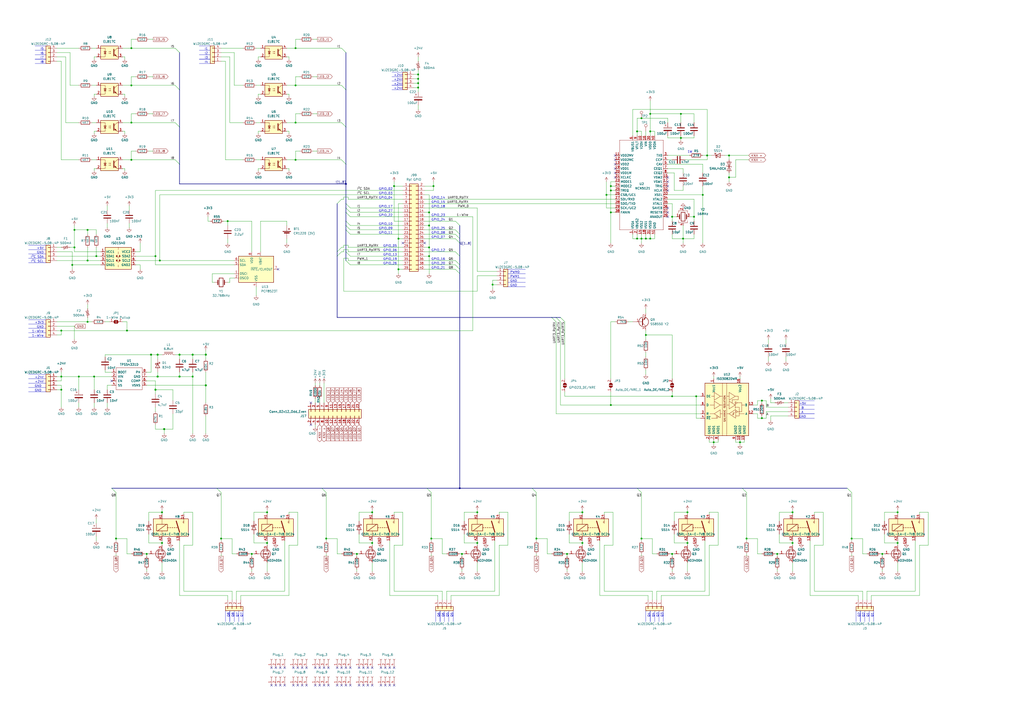
<source format=kicad_sch>
(kicad_sch (version 20231120) (generator "eeschema") (generator_version "8.0")
  (paper "A2")
  (junction (at 146.05 321.31))
  (junction (at 95.25 248.92) (diameter 1.016))
  (junction (at 494.03 312.42))
  (junction (at 403.86 229.87))
  (junction (at 354.33 234.95))
  (junction (at 91.44 205.74) (diameter 1.016))
  (junction (at 520.7 314.96))
  (junction (at 267.97 321.31))
  (junction (at 276.86 297.18))
  (junction (at 111.76 218.44))
  (junction (at 328.93 321.31))
  (junction (at 248.92 123.19))
  (junction (at 171.45 92.71))
  (junction (at 85.09 321.31))
  (junction (at 429.26 256.54))
  (junction (at 207.01 321.31))
  (junction (at 93.98 297.18))
  (junction (at 76.2 92.71))
  (junction (at 337.82 297.18))
  (junction (at 394.97 80.01))
  (junction (at 41.91 153.67))
  (junction (at 43.18 133.35))
  (junction (at 285.75 165.1))
  (junction (at 200.66 106.68))
  (junction (at 76.2 71.12))
  (junction (at 76.2 27.94))
  (junction (at 54.61 218.44))
  (junction (at 511.81 321.31))
  (junction (at 189.23 312.42))
  (junction (at 354.33 110.49))
  (junction (at 242.57 50.8))
  (junction (at 520.7 297.18))
  (junction (at 90.17 226.06) (diameter 1.016))
  (junction (at 35.56 191.77))
  (junction (at 50.8 186.69))
  (junction (at 154.94 314.96))
  (junction (at 104.14 205.74) (diameter 1.016))
  (junction (at 369.57 138.43))
  (junction (at 354.33 123.19))
  (junction (at 311.15 312.42))
  (junction (at 90.17 148.59))
  (junction (at 394.97 66.04))
  (junction (at 398.78 297.18))
  (junction (at 441.96 242.57))
  (junction (at 414.02 256.54))
  (junction (at 377.19 66.04))
  (junction (at 389.89 321.31))
  (junction (at 67.31 312.42))
  (junction (at 132.08 128.27))
  (junction (at 248.92 130.81))
  (junction (at 231.14 156.21))
  (junction (at 45.72 218.44))
  (junction (at 35.56 226.06))
  (junction (at 35.56 218.44))
  (junction (at 92.71 151.13))
  (junction (at 87.63 205.74) (diameter 1.016))
  (junction (at 215.9 314.96))
  (junction (at 422.91 90.17))
  (junction (at 398.78 314.96))
  (junction (at 410.21 90.17))
  (junction (at 171.45 27.94))
  (junction (at 369.57 76.2))
  (junction (at 266.7 283.21))
  (junction (at 389.89 125.73))
  (junction (at 128.27 312.42))
  (junction (at 422.91 102.87))
  (junction (at 119.38 223.52) (diameter 1.016))
  (junction (at 50.8 133.35))
  (junction (at 433.07 312.42))
  (junction (at 354.33 107.95))
  (junction (at 251.46 107.95))
  (junction (at 402.59 125.73))
  (junction (at 93.98 314.96))
  (junction (at 242.57 48.26))
  (junction (at 154.94 297.18))
  (junction (at 459.74 297.18))
  (junction (at 337.82 314.96))
  (junction (at 276.86 314.96))
  (junction (at 76.2 49.53))
  (junction (at 377.19 76.2))
  (junction (at 242.57 45.72))
  (junction (at 389.89 229.87))
  (junction (at 372.11 312.42))
  (junction (at 228.6 107.95))
  (junction (at 441.96 232.41))
  (junction (at 374.65 138.43))
  (junction (at 231.14 138.43))
  (junction (at 242.57 43.18))
  (junction (at 374.65 194.31))
  (junction (at 372.11 68.58))
  (junction (at 248.92 148.59))
  (junction (at 372.11 138.43))
  (junction (at 43.18 143.51))
  (junction (at 351.79 113.03))
  (junction (at 119.38 205.74) (diameter 1.016))
  (junction (at 171.45 49.53))
  (junction (at 248.92 143.51))
  (junction (at 104.14 218.44) (diameter 1.016))
  (junction (at 450.85 321.31))
  (junction (at 91.44 218.44) (diameter 1.016))
  (junction (at 396.24 138.43))
  (junction (at 459.74 314.96))
  (junction (at 250.19 312.42))
  (junction (at 377.19 138.43))
  (junction (at 215.9 297.18))
  (junction (at 50.8 151.13))
  (junction (at 111.76 205.74) (diameter 1.016))
  (junction (at 407.67 113.03))
  (junction (at 73.66 191.77))
  (junction (at 171.45 71.12))
  (junction (at 55.88 148.59))
  (no_connect (at 387.35 123.19))
  (no_connect (at 200.66 387.35))
  (no_connect (at 177.8 387.35))
  (no_connect (at 198.12 397.51))
  (no_connect (at 172.72 387.35))
  (no_connect (at 356.87 92.71))
  (no_connect (at 195.58 387.35))
  (no_connect (at 215.9 387.35))
  (no_connect (at 210.82 387.35))
  (no_connect (at 208.28 387.35))
  (no_connect (at 203.2 397.51))
  (no_connect (at 356.87 90.17))
  (no_connect (at 160.02 387.35))
  (no_connect (at 233.68 140.97))
  (no_connect (at 172.72 397.51))
  (no_connect (at 210.82 397.51))
  (no_connect (at 157.48 397.51))
  (no_connect (at 187.96 387.35))
  (no_connect (at 356.87 95.25))
  (no_connect (at 175.26 397.51))
  (no_connect (at 387.35 102.87))
  (no_connect (at 220.98 397.51))
  (no_connect (at 215.9 397.51))
  (no_connect (at 213.36 397.51))
  (no_connect (at 161.29 156.21))
  (no_connect (at 160.02 397.51))
  (no_connect (at 356.87 97.79))
  (no_connect (at 182.88 387.35))
  (no_connect (at 223.52 387.35))
  (no_connect (at 356.87 102.87))
  (no_connect (at 185.42 387.35))
  (no_connect (at 64.77 220.98))
  (no_connect (at 203.2 387.35))
  (no_connect (at 228.6 397.51))
  (no_connect (at 356.87 100.33))
  (no_connect (at 180.34 246.38))
  (no_connect (at 226.06 397.51))
  (no_connect (at 195.58 397.51))
  (no_connect (at 387.35 125.73))
  (no_connect (at 198.12 387.35))
  (no_connect (at 180.34 233.68))
  (no_connect (at 162.56 397.51))
  (no_connect (at 185.42 397.51))
  (no_connect (at 162.56 387.35))
  (no_connect (at 220.98 387.35))
  (no_connect (at 228.6 387.35))
  (no_connect (at 246.38 140.97))
  (no_connect (at 387.35 105.41))
  (no_connect (at 157.48 387.35))
  (no_connect (at 165.1 397.51))
  (no_connect (at 213.36 387.35))
  (no_connect (at 190.5 387.35))
  (no_connect (at 170.18 387.35))
  (no_connect (at 208.28 397.51))
  (no_connect (at 200.66 397.51))
  (no_connect (at 387.35 120.65))
  (no_connect (at 182.88 397.51))
  (no_connect (at 175.26 387.35))
  (no_connect (at 226.06 387.35))
  (no_connect (at 190.5 397.51))
  (no_connect (at 177.8 397.51))
  (no_connect (at 187.96 397.51))
  (no_connect (at 165.1 387.35))
  (no_connect (at 223.52 397.51))
  (no_connect (at 170.18 397.51))
  (no_connect (at 387.35 107.95))
  (no_connect (at 387.35 110.49))
  (bus_entry (at 198.12 49.53) (size 2.54 2.54))
  (bus_entry (at 198.12 71.12) (size 2.54 2.54))
  (bus_entry (at 322.58 184.15) (size 2.54 2.54))
  (bus_entry (at 247.65 283.21) (size 2.54 2.54))
  (bus_entry (at 195.58 148.59) (size 2.54 -2.54))
  (bus_entry (at 125.73 283.21) (size 2.54 2.54))
  (bus_entry (at 198.12 92.71) (size 2.54 2.54))
  (bus_entry (at 195.58 146.05) (size 2.54 -2.54))
  (bus_entry (at 430.53 283.21) (size 2.54 2.54))
  (bus_entry (at 186.69 283.21) (size 2.54 2.54))
  (bus_entry (at 264.16 146.05) (size 2.54 2.54))
  (bus_entry (at 200.66 128.27) (size 2.54 2.54))
  (bus_entry (at 200.66 133.35) (size 2.54 2.54))
  (bus_entry (at 264.16 138.43) (size 2.54 2.54))
  (bus_entry (at 200.66 130.81) (size 2.54 2.54))
  (bus_entry (at 264.16 153.67) (size 2.54 2.54))
  (bus_entry (at 264.16 133.35) (size 2.54 2.54))
  (bus_entry (at 101.6 71.12) (size 2.54 2.54))
  (bus_entry (at 264.16 151.13) (size 2.54 2.54))
  (bus_entry (at 369.57 283.21) (size 2.54 2.54))
  (bus_entry (at 200.66 146.05) (size 2.54 2.54))
  (bus_entry (at 200.66 118.11) (size 2.54 2.54))
  (bus_entry (at 320.04 184.15) (size 2.54 2.54))
  (bus_entry (at 101.6 27.94) (size 2.54 2.54))
  (bus_entry (at 200.66 151.13) (size 2.54 2.54))
  (bus_entry (at 101.6 92.71) (size 2.54 2.54))
  (bus_entry (at 198.12 27.94) (size 2.54 2.54))
  (bus_entry (at 101.6 49.53) (size 2.54 2.54))
  (bus_entry (at 195.58 118.11) (size 2.54 -2.54))
  (bus_entry (at 200.66 123.19) (size 2.54 2.54))
  (bus_entry (at 264.16 135.89) (size 2.54 2.54))
  (bus_entry (at 264.16 128.27) (size 2.54 2.54))
  (bus_entry (at 491.49 283.21) (size 2.54 2.54))
  (bus_entry (at 200.66 120.65) (size 2.54 2.54))
  (bus_entry (at 308.61 283.21) (size 2.54 2.54))
  (bus_entry (at 264.16 156.21) (size 2.54 2.54))
  (bus_entry (at 64.77 283.21) (size 2.54 2.54))
  (bus_entry (at 325.12 184.15) (size 2.54 2.54))
  (wire (pts (xy 259.08 342.9) (xy 287.02 342.9)))
  (wire (pts (xy 250.19 322.58) (xy 250.19 321.31)))
  (polyline (pts (xy 262.89 360.68) (xy 262.89 354.33)) (stroke (width 0) (type solid)))
  (wire (pts (xy 171.45 27.94) (xy 171.45 22.86)))
  (wire (pts (xy 374.65 214.63) (xy 374.65 217.17)))
  (wire (pts (xy 128.27 312.42) (xy 128.27 313.69)))
  (polyline (pts (xy 382.27 360.68) (xy 382.27 354.33)) (stroke (width 0) (type solid)))
  (wire (pts (xy 372.11 68.58) (xy 369.57 68.58)))
  (wire (pts (xy 62.23 223.52) (xy 62.23 226.06)))
  (wire (pts (xy 246.38 128.27) (xy 264.16 128.27)))
  (wire (pts (xy 242.57 63.5) (xy 242.57 60.96)))
  (wire (pts (xy 76.2 87.63) (xy 78.74 87.63)))
  (wire (pts (xy 92.71 113.03) (xy 233.68 113.03)))
  (wire (pts (xy 166.37 138.43) (xy 166.37 140.97)))
  (wire (pts (xy 76.2 71.12) (xy 76.2 66.04)))
  (bus (pts (xy 200.66 133.35) (xy 200.66 146.05)))
  (wire (pts (xy 90.17 246.38) (xy 90.17 248.92)))
  (polyline (pts (xy 20.32 36.83) (xy 26.67 36.83)) (stroke (width 0) (type solid)))
  (wire (pts (xy 33.02 191.77) (xy 35.56 191.77)))
  (wire (pts (xy 53.34 71.12) (xy 55.88 71.12)))
  (wire (pts (xy 35.56 191.77) (xy 73.66 191.77)))
  (wire (pts (xy 391.16 297.18) (xy 391.16 302.26)))
  (wire (pts (xy 60.96 215.9) (xy 60.96 214.63)))
  (wire (pts (xy 269.24 297.18) (xy 269.24 302.26)))
  (wire (pts (xy 187.96 222.25) (xy 187.96 233.68)))
  (wire (pts (xy 90.17 153.67) (xy 135.89 153.67)))
  (wire (pts (xy 189.23 312.42) (xy 195.58 312.42)))
  (bus (pts (xy 200.66 52.07) (xy 200.66 73.66)))
  (wire (pts (xy 199.39 149.86) (xy 201.93 149.86)))
  (wire (pts (xy 91.44 218.44) (xy 104.14 218.44)))
  (wire (pts (xy 134.62 312.42) (xy 134.62 321.31)))
  (bus (pts (xy 195.58 118.11) (xy 195.58 146.05)))
  (wire (pts (xy 441.96 232.41) (xy 444.5 232.41)))
  (wire (pts (xy 505.46 347.98) (xy 505.46 345.44)))
  (wire (pts (xy 148.59 166.37) (xy 148.59 171.45)))
  (wire (pts (xy 134.62 321.31) (xy 137.16 321.31)))
  (wire (pts (xy 154.94 314.96) (xy 154.94 316.23)))
  (wire (pts (xy 60.96 186.69) (xy 63.5 186.69)))
  (wire (pts (xy 294.64 297.18) (xy 294.64 316.23)))
  (wire (pts (xy 54.61 236.22) (xy 54.61 233.68)))
  (wire (pts (xy 128.27 27.94) (xy 140.97 27.94)))
  (wire (pts (xy 431.8 256.54) (xy 429.26 256.54)))
  (wire (pts (xy 387.35 80.01) (xy 394.97 80.01)))
  (wire (pts (xy 422.91 102.87) (xy 422.91 105.41)))
  (wire (pts (xy 444.5 232.41) (xy 444.5 236.22)))
  (wire (pts (xy 54.61 218.44) (xy 64.77 218.44)))
  (polyline (pts (xy 26.67 227.33) (xy 16.51 227.33)))
  (wire (pts (xy 378.46 347.98) (xy 378.46 342.9)))
  (wire (pts (xy 533.4 298.45) (xy 533.4 297.18)))
  (wire (pts (xy 410.21 63.5) (xy 410.21 90.17)))
  (wire (pts (xy 73.66 321.31) (xy 76.2 321.31)))
  (wire (pts (xy 322.58 186.69) (xy 322.58 240.03)))
  (polyline (pts (xy 135.89 360.68) (xy 135.89 354.33)) (stroke (width 0) (type solid)))
  (wire (pts (xy 254 347.98) (xy 254 345.44)))
  (wire (pts (xy 151.13 128.27) (xy 166.37 128.27)))
  (wire (pts (xy 93.98 314.96) (xy 86.36 314.96)))
  (wire (pts (xy 215.9 295.91) (xy 215.9 297.18)))
  (wire (pts (xy 76.2 92.71) (xy 76.2 87.63)))
  (wire (pts (xy 452.12 314.96) (xy 452.12 309.88)))
  (wire (pts (xy 76.2 49.53) (xy 101.6 49.53)))
  (wire (pts (xy 374.65 194.31) (xy 374.65 196.85)))
  (wire (pts (xy 369.57 68.58) (xy 369.57 76.2)))
  (wire (pts (xy 233.68 128.27) (xy 228.6 128.27)))
  (wire (pts (xy 215.9 314.96) (xy 215.9 316.23)))
  (wire (pts (xy 74.93 129.54) (xy 74.93 132.08)))
  (wire (pts (xy 441.96 241.3) (xy 441.96 242.57)))
  (wire (pts (xy 148.59 71.12) (xy 151.13 71.12)))
  (wire (pts (xy 364.49 186.69) (xy 367.03 186.69)))
  (wire (pts (xy 151.13 33.02) (xy 149.86 33.02)))
  (wire (pts (xy 317.5 312.42) (xy 317.5 321.31)))
  (wire (pts (xy 85.09 223.52) (xy 119.38 223.52)))
  (polyline (pts (xy 16.51 185.42) (xy 26.67 185.42)) (stroke (width 0) (type solid)))
  (wire (pts (xy 133.35 71.12) (xy 140.97 71.12)))
  (wire (pts (xy 389.89 125.73) (xy 389.89 118.11)))
  (wire (pts (xy 242.57 50.8) (xy 242.57 53.34)))
  (polyline (pts (xy 20.32 26.67) (xy 26.67 26.67)) (stroke (width 0) (type solid)))
  (wire (pts (xy 181.61 44.45) (xy 184.15 44.45)))
  (wire (pts (xy 132.08 345.44) (xy 104.14 345.44)))
  (wire (pts (xy 146.05 321.31) (xy 146.05 322.58)))
  (wire (pts (xy 53.34 49.53) (xy 55.88 49.53)))
  (polyline (pts (xy 304.8 156.21) (xy 294.64 156.21)) (stroke (width 0) (type solid)))
  (wire (pts (xy 402.59 66.04) (xy 394.97 66.04)))
  (wire (pts (xy 351.79 113.03) (xy 351.79 105.41)))
  (wire (pts (xy 199.39 149.86) (xy 199.39 168.91)))
  (wire (pts (xy 90.17 248.92) (xy 95.25 248.92)))
  (wire (pts (xy 426.72 92.71) (xy 426.72 102.87)))
  (wire (pts (xy 133.35 33.02) (xy 128.27 33.02)))
  (wire (pts (xy 398.78 297.18) (xy 391.16 297.18)))
  (wire (pts (xy 90.17 236.22) (xy 90.17 238.76)))
  (wire (pts (xy 231.14 156.21) (xy 231.14 158.75)))
  (wire (pts (xy 154.94 314.96) (xy 147.32 314.96)))
  (polyline (pts (xy 499.11 360.68) (xy 499.11 354.33)) (stroke (width 0) (type solid)))
  (wire (pts (xy 411.48 298.45) (xy 411.48 297.18)))
  (wire (pts (xy 90.17 110.49) (xy 233.68 110.49)))
  (wire (pts (xy 119.38 223.52) (xy 119.38 215.9)))
  (wire (pts (xy 76.2 27.94) (xy 101.6 27.94)))
  (wire (pts (xy 58.42 153.67) (xy 41.91 153.67)))
  (wire (pts (xy 132.08 128.27) (xy 132.08 130.81)))
  (wire (pts (xy 367.03 138.43) (xy 369.57 138.43)))
  (polyline (pts (xy 26.67 224.79) (xy 16.51 224.79)) (stroke (width 0) (type solid)))
  (wire (pts (xy 201.93 149.86) (xy 201.93 151.13)))
  (wire (pts (xy 55.88 311.15) (xy 55.88 313.69)))
  (wire (pts (xy 248.92 158.75) (xy 248.92 148.59)))
  (polyline (pts (xy 504.19 360.68) (xy 504.19 354.33)) (stroke (width 0) (type solid)))
  (polyline (pts (xy 20.32 31.75) (xy 26.67 31.75)) (stroke (width 0) (type solid)))
  (wire (pts (xy 445.77 196.85) (xy 445.77 199.39)))
  (wire (pts (xy 85.09 321.31) (xy 85.09 322.58)))
  (wire (pts (xy 416.56 256.54) (xy 414.02 256.54)))
  (wire (pts (xy 203.2 120.65) (xy 233.68 120.65)))
  (wire (pts (xy 208.28 297.18) (xy 208.28 302.26)))
  (bus (pts (xy 64.77 283.21) (xy 125.73 283.21)))
  (polyline (pts (xy 472.44 242.57) (xy 463.55 242.57)) (stroke (width 0) (type solid)))
  (wire (pts (xy 520.7 298.45) (xy 520.7 297.18)))
  (wire (pts (xy 372.11 312.42) (xy 378.46 312.42)))
  (wire (pts (xy 166.37 128.27) (xy 166.37 130.81)))
  (wire (pts (xy 134.62 342.9) (xy 106.68 342.9)))
  (wire (pts (xy 387.35 113.03) (xy 407.67 113.03)))
  (wire (pts (xy 60.96 205.74) (xy 60.96 207.01)))
  (polyline (pts (xy 26.67 219.71) (xy 16.51 219.71)) (stroke (width 0) (type solid)))
  (wire (pts (xy 416.56 255.27) (xy 416.56 256.54)))
  (wire (pts (xy 149.86 97.79) (xy 149.86 99.06)))
  (wire (pts (xy 520.7 297.18) (xy 513.08 297.18)))
  (wire (pts (xy 55.88 97.79) (xy 54.61 97.79)))
  (wire (pts (xy 171.45 92.71) (xy 198.12 92.71)))
  (wire (pts (xy 502.92 342.9) (xy 502.92 347.98)))
  (wire (pts (xy 276.86 297.18) (xy 269.24 297.18)))
  (wire (pts (xy 444.5 238.76) (xy 457.2 238.76)))
  (wire (pts (xy 396.24 110.49) (xy 391.16 110.49)))
  (wire (pts (xy 246.38 143.51) (xy 248.92 143.51)))
  (wire (pts (xy 55.88 133.35) (xy 50.8 133.35)))
  (polyline (pts (xy 472.44 232.41) (xy 463.55 232.41)) (stroke (width 0) (type solid)))
  (wire (pts (xy 354.33 123.19) (xy 354.33 140.97)))
  (wire (pts (xy 377.19 66.04) (xy 377.19 76.2)))
  (wire (pts (xy 55.88 76.2) (xy 54.61 76.2)))
  (wire (pts (xy 67.31 322.58) (xy 67.31 321.31)))
  (wire (pts (xy 351.79 113.03) (xy 356.87 113.03)))
  (wire (pts (xy 203.2 133.35) (xy 233.68 133.35)))
  (wire (pts (xy 50.8 176.53) (xy 50.8 179.07)))
  (polyline (pts (xy 115.57 34.29) (xy 121.92 34.29)) (stroke (width 0) (type solid)))
  (wire (pts (xy 369.57 135.89) (xy 369.57 138.43)))
  (wire (pts (xy 374.65 138.43) (xy 372.11 138.43)))
  (wire (pts (xy 383.54 347.98) (xy 383.54 345.44)))
  (polyline (pts (xy 255.27 360.68) (xy 255.27 354.33)) (stroke (width 0) (type solid)))
  (wire (pts (xy 85.09 220.98) (xy 90.17 220.98)))
  (wire (pts (xy 203.2 153.67) (xy 233.68 153.67)))
  (wire (pts (xy 402.59 128.27) (xy 402.59 125.73)))
  (polyline (pts (xy 304.8 166.37) (xy 294.64 166.37)) (stroke (width 0) (type solid)))
  (wire (pts (xy 389.89 125.73) (xy 389.89 128.27)))
  (wire (pts (xy 337.82 297.18) (xy 330.2 297.18)))
  (wire (pts (xy 133.35 163.83) (xy 132.08 163.83)))
  (polyline (pts (xy 227.33 41.91) (xy 233.68 41.91)) (stroke (width 0) (type solid)))
  (wire (pts (xy 91.44 205.74) (xy 87.63 205.74)))
  (wire (pts (xy 327.66 186.69) (xy 327.66 219.71)))
  (wire (pts (xy 402.59 125.73) (xy 400.05 125.73)))
  (wire (pts (xy 251.46 110.49) (xy 251.46 107.95)))
  (wire (pts (xy 505.46 345.44) (xy 533.4 345.44)))
  (bus (pts (xy 266.7 135.89) (xy 266.7 138.43)))
  (wire (pts (xy 350.52 316.23) (xy 350.52 342.9)))
  (wire (pts (xy 87.63 205.74) (xy 87.63 215.9)))
  (wire (pts (xy 86.36 66.04) (xy 88.9 66.04)))
  (wire (pts (xy 276.86 120.65) (xy 276.86 157.48)))
  (wire (pts (xy 54.61 76.2) (xy 54.61 77.47)))
  (wire (pts (xy 85.09 215.9) (xy 87.63 215.9)))
  (wire (pts (xy 248.92 148.59) (xy 246.38 148.59)))
  (wire (pts (xy 41.91 153.67) (xy 41.91 156.21)))
  (wire (pts (xy 285.75 162.56) (xy 285.75 165.1)))
  (wire (pts (xy 276.86 298.45) (xy 276.86 297.18)))
  (wire (pts (xy 151.13 146.05) (xy 151.13 128.27)))
  (wire (pts (xy 201.93 142.24) (xy 199.39 142.24)))
  (wire (pts (xy 459.74 297.18) (xy 452.12 297.18)))
  (wire (pts (xy 402.59 78.74) (xy 402.59 80.01)))
  (wire (pts (xy 33.02 143.51) (xy 35.56 143.51)))
  (wire (pts (xy 228.6 298.45) (xy 228.6 297.18)))
  (wire (pts (xy 402.59 115.57) (xy 402.59 125.73)))
  (wire (pts (xy 242.57 43.18) (xy 242.57 40.64)))
  (wire (pts (xy 233.68 297.18) (xy 233.68 316.23)))
  (wire (pts (xy 189.23 285.75) (xy 189.23 312.42)))
  (wire (pts (xy 494.03 312.42) (xy 494.03 313.69)))
  (wire (pts (xy 328.93 330.2) (xy 328.93 331.47)))
  (wire (pts (xy 147.32 297.18) (xy 147.32 302.26)))
  (wire (pts (xy 73.66 191.77) (xy 274.32 191.77)))
  (wire (pts (xy 199.39 142.24) (xy 199.39 143.51)))
  (wire (pts (xy 500.38 321.31) (xy 502.92 321.31)))
  (wire (pts (xy 74.93 119.38) (xy 74.93 121.92)))
  (wire (pts (xy 147.32 314.96) (xy 147.32 309.88)))
  (polyline (pts (xy 255.27 360.68) (xy 255.27 354.33)) (stroke (width 0) (type solid)))
  (wire (pts (xy 429.26 218.44) (xy 429.26 219.71)))
  (wire (pts (xy 199.39 144.78) (xy 201.93 144.78)))
  (wire (pts (xy 369.57 76.2) (xy 369.57 78.74)))
  (polyline (pts (xy 496.57 360.68) (xy 496.57 354.33)) (stroke (width 0) (type solid)))
  (wire (pts (xy 172.72 316.23) (xy 167.64 316.23)))
  (wire (pts (xy 422.91 100.33) (xy 422.91 102.87)))
  (wire (pts (xy 35.56 35.56) (xy 33.02 35.56)))
  (polyline (pts (xy 16.51 152.4) (xy 26.67 152.4)) (stroke (width 0) (type solid)))
  (wire (pts (xy 33.02 194.31) (xy 35.56 194.31)))
  (wire (pts (xy 337.82 314.96) (xy 330.2 314.96)))
  (wire (pts (xy 407.67 95.25) (xy 407.67 100.33)))
  (bus (pts (xy 266.7 156.21) (xy 266.7 158.75)))
  (wire (pts (xy 389.89 138.43) (xy 396.24 138.43)))
  (wire (pts (xy 520.7 313.69) (xy 520.7 314.96)))
  (wire (pts (xy 389.89 321.31) (xy 389.89 322.58)))
  (bus (pts (xy 104.14 73.66) (xy 104.14 95.25)))
  (wire (pts (xy 201.93 144.78) (xy 201.93 146.05)))
  (wire (pts (xy 50.8 135.89) (xy 50.8 133.35)))
  (wire (pts (xy 35.56 218.44) (xy 35.56 220.98)))
  (wire (pts (xy 455.93 207.01) (xy 455.93 209.55)))
  (wire (pts (xy 91.44 218.44) (xy 91.44 215.9)))
  (wire (pts (xy 40.64 49.53) (xy 45.72 49.53)))
  (wire (pts (xy 171.45 44.45) (xy 173.99 44.45)))
  (wire (pts (xy 91.44 205.74) (xy 93.98 205.74)))
  (bus (pts (xy 104.14 106.68) (xy 200.66 106.68)))
  (wire (pts (xy 130.81 92.71) (xy 140.97 92.71)))
  (wire (pts (xy 64.77 223.52) (xy 62.23 223.52)))
  (wire (pts (xy 276.86 160.02) (xy 288.29 160.02)))
  (wire (pts (xy 378.46 342.9) (xy 350.52 342.9)))
  (wire (pts (xy 254 345.44) (xy 226.06 345.44)))
  (wire (pts (xy 144.78 321.31) (xy 146.05 321.31)))
  (wire (pts (xy 350.52 297.18) (xy 355.6 297.18)))
  (wire (pts (xy 43.18 143.51) (xy 43.18 146.05)))
  (wire (pts (xy 62.23 129.54) (xy 62.23 132.08)))
  (wire (pts (xy 35.56 220.98) (xy 33.02 220.98)))
  (wire (pts (xy 246.38 125.73) (xy 274.32 125.73)))
  (wire (pts (xy 426.72 92.71) (xy 434.34 92.71)))
  (wire (pts (xy 248.92 123.19) (xy 246.38 123.19)))
  (wire (pts (xy 203.2 135.89) (xy 233.68 135.89)))
  (wire (pts (xy 166.37 33.02) (xy 167.64 33.02)))
  (wire (pts (xy 151.13 76.2) (xy 149.86 76.2)))
  (wire (pts (xy 367.03 63.5) (xy 410.21 63.5)))
  (wire (pts (xy 355.6 316.23) (xy 350.52 316.23)))
  (wire (pts (xy 182.88 222.25) (xy 182.88 223.52)))
  (wire (pts (xy 276.86 313.69) (xy 276.86 314.96)))
  (wire (pts (xy 389.89 229.87) (xy 389.89 227.33)))
  (wire (pts (xy 35.56 226.06) (xy 35.56 223.52)))
  (wire (pts (xy 444.5 236.22) (xy 457.2 236.22)))
  (polyline (pts (xy 499.11 360.68) (xy 499.11 354.33)) (stroke (width 0) (type solid)))
  (wire (pts (xy 285.75 165.1) (xy 285.75 167.64)))
  (wire (pts (xy 356.87 120.65) (xy 351.79 120.65)))
  (wire (pts (xy 240.03 45.72) (xy 242.57 45.72)))
  (bus (pts (xy 200.66 118.11) (xy 200.66 106.68)))
  (wire (pts (xy 420.37 90.17) (xy 422.91 90.17)))
  (wire (pts (xy 330.2 314.96) (xy 330.2 309.88)))
  (wire (pts (xy 246.38 113.03) (xy 248.92 113.03)))
  (wire (pts (xy 111.76 218.44) (xy 104.14 218.44)))
  (wire (pts (xy 327.66 227.33) (xy 327.66 229.87)))
  (wire (pts (xy 240.03 43.18) (xy 242.57 43.18)))
  (wire (pts (xy 86.36 22.86) (xy 88.9 22.86)))
  (wire (pts (xy 389.89 194.31) (xy 389.89 219.71)))
  (wire (pts (xy 397.51 92.71) (xy 410.21 92.71)))
  (polyline (pts (xy 257.81 360.68) (xy 257.81 354.33)) (stroke (width 0) (type solid)))
  (wire (pts (xy 261.62 345.44) (xy 289.56 345.44)))
  (wire (pts (xy 520.7 326.39) (xy 520.7 331.47)))
  (wire (pts (xy 62.23 119.38) (xy 62.23 121.92)))
  (wire (pts (xy 41.91 146.05) (xy 41.91 153.67)))
  (wire (pts (xy 54.61 54.61) (xy 54.61 55.88)))
  (wire (pts (xy 250.19 312.42) (xy 250.19 313.69)))
  (wire (pts (xy 414.02 256.54) (xy 414.02 257.81)))
  (wire (pts (xy 139.7 345.44) (xy 167.64 345.44)))
  (wire (pts (xy 513.08 297.18) (xy 513.08 302.26)))
  (wire (pts (xy 269.24 314.96) (xy 269.24 309.88)))
  (wire (pts (xy 228.6 128.27) (xy 228.6 107.95)))
  (wire (pts (xy 356.87 186.69) (xy 354.33 186.69)))
  (wire (pts (xy 441.96 232.41) (xy 441.96 233.68)))
  (wire (pts (xy 91.44 205.74) (xy 91.44 208.28)))
  (wire (pts (xy 447.04 233.68) (xy 449.58 233.68)))
  (wire (pts (xy 327.66 321.31) (xy 328.93 321.31)))
  (polyline (pts (xy 140.97 360.68) (xy 140.97 354.33)) (stroke (width 0) (type solid)))
  (wire (pts (xy 410.21 90.17) (xy 412.75 90.17)))
  (polyline (pts (xy 16.51 149.86) (xy 26.67 149.86)) (stroke (width 0) (type solid)))
  (polyline (pts (xy 130.81 360.68) (xy 130.81 354.33)) (stroke (width 0) (type solid)))
  (wire (pts (xy 85.09 330.2) (xy 85.09 331.47)))
  (polyline (pts (xy 374.65 360.68) (xy 374.65 354.33)) (stroke (width 0) (type solid)))
  (wire (pts (xy 201.93 115.57) (xy 233.68 115.57)))
  (wire (pts (xy 276.86 326.39) (xy 276.86 331.47)))
  (wire (pts (xy 123.19 158.75) (xy 123.19 163.83)))
  (wire (pts (xy 171.45 66.04) (xy 173.99 66.04)))
  (wire (pts (xy 530.86 313.69) (xy 530.86 342.9)))
  (wire (pts (xy 201.93 146.05) (xy 233.68 146.05)))
  (wire (pts (xy 171.45 49.53) (xy 198.12 49.53)))
  (wire (pts (xy 459.74 314.96) (xy 452.12 314.96)))
  (wire (pts (xy 76.2 49.53) (xy 76.2 44.45)))
  (polyline (pts (xy 472.44 234.95) (xy 463.55 234.95)) (stroke (width 0) (type solid)))
  (wire (pts (xy 35.56 218.44) (xy 33.02 218.44)))
  (wire (pts (xy 182.88 247.65) (xy 182.88 246.38)))
  (polyline (pts (xy 506.73 360.68) (xy 506.73 354.33)) (stroke (width 0) (type solid)))
  (wire (pts (xy 327.66 229.87) (xy 389.89 229.87)))
  (wire (pts (xy 439.42 240.03) (xy 439.42 242.57)))
  (wire (pts (xy 354.33 227.33) (xy 354.33 234.95)))
  (wire (pts (xy 45.72 218.44) (xy 54.61 218.44)))
  (wire (pts (xy 171.45 71.12) (xy 171.45 66.04)))
  (wire (pts (xy 203.2 130.81) (xy 233.68 130.81)))
  (wire (pts (xy 426.72 256.54) (xy 429.26 256.54)))
  (wire (pts (xy 477.52 316.23) (xy 472.44 316.23)))
  (wire (pts (xy 396.24 107.95) (xy 396.24 110.49)))
  (wire (pts (xy 71.12 97.79) (xy 72.39 97.79)))
  (wire (pts (xy 67.31 312.42) (xy 73.66 312.42)))
  (wire (pts (xy 35.56 92.71) (xy 45.72 92.71)))
  (polyline (pts (xy 138.43 360.68) (xy 138.43 354.33)) (stroke (width 0) (type solid)))
  (wire (pts (xy 203.2 123.19) (xy 233.68 123.19)))
  (polyline (pts (xy 377.19 360.68) (xy 377.19 354.33)) (stroke (width 0) (type solid)))
  (wire (pts (xy 207.01 321.31) (xy 207.01 322.58)))
  (wire (pts (xy 445.77 207.01) (xy 445.77 209.55)))
  (wire (pts (xy 76.2 22.86) (xy 78.74 22.86)))
  (wire (pts (xy 231.14 138.43) (xy 231.14 118.11)))
  (wire (pts (xy 356.87 110.49) (xy 354.33 110.49)))
  (wire (pts (xy 149.86 76.2) (xy 149.86 77.47)))
  (wire (pts (xy 90.17 220.98) (xy 90.17 226.06)))
  (wire (pts (xy 530.86 342.9) (xy 502.92 342.9)))
  (polyline (pts (xy 16.51 142.24) (xy 26.67 142.24)) (stroke (width 0) (type solid)))
  (wire (pts (xy 436.88 240.03) (xy 439.42 240.03)))
  (wire (pts (xy 311.15 285.75) (xy 311.15 312.42)))
  (polyline (pts (xy 379.73 360.68) (xy 379.73 354.33)) (stroke (width 0) (type solid)))
  (wire (pts (xy 246.38 153.67) (xy 264.16 153.67)))
  (wire (pts (xy 181.61 22.86) (xy 184.15 22.86)))
  (wire (pts (xy 146.05 321.31) (xy 147.32 321.31)))
  (wire (pts (xy 246.38 107.95) (xy 251.46 107.95)))
  (wire (pts (xy 185.42 222.25) (xy 185.42 223.52)))
  (wire (pts (xy 379.73 78.74) (xy 379.73 76.2)))
  (wire (pts (xy 322.58 240.03) (xy 406.4 240.03)))
  (wire (pts (xy 431.8 255.27) (xy 431.8 256.54)))
  (wire (pts (xy 55.88 33.02) (xy 54.61 33.02)))
  (bus (pts (xy 186.69 283.21) (xy 247.65 283.21)))
  (wire (pts (xy 111.76 205.74) (xy 119.38 205.74)))
  (wire (pts (xy 231.14 138.43) (xy 233.68 138.43)))
  (bus (pts (xy 195.58 146.05) (xy 195.58 148.59)))
  (bus (pts (xy 266.7 283.21) (xy 308.61 283.21)))
  (wire (pts (xy 439.42 312.42) (xy 439.42 321.31)))
  (wire (pts (xy 207.01 321.31) (xy 208.28 321.31)))
  (wire (pts (xy 185.42 231.14) (xy 185.42 233.68)))
  (wire (pts (xy 533.4 316.23) (xy 533.4 345.44)))
  (wire (pts (xy 43.18 146.05) (xy 58.42 146.05)))
  (wire (pts (xy 459.74 313.69) (xy 459.74 314.96)))
  (wire (pts (xy 55.88 143.51) (xy 55.88 148.59)))
  (wire (pts (xy 411.48 316.23) (xy 411.48 345.44)))
  (bus (pts (xy 266.7 158.75) (xy 266.7 283.21)))
  (wire (pts (xy 356.87 105.41) (xy 354.33 105.41)))
  (wire (pts (xy 120.65 125.73) (xy 120.65 128.27)))
  (wire (pts (xy 441.96 242.57) (xy 444.5 242.57)))
  (wire (pts (xy 71.12 27.94) (xy 76.2 27.94)))
  (wire (pts (xy 71.12 49.53) (xy 76.2 49.53)))
  (wire (pts (xy 123.19 163.83) (xy 124.46 163.83)))
  (wire (pts (xy 391.16 100.33) (xy 387.35 100.33)))
  (wire (pts (xy 86.36 297.18) (xy 86.36 302.26)))
  (wire (pts (xy 85.09 218.44) (xy 91.44 218.44)))
  (wire (pts (xy 228.6 105.41) (xy 228.6 107.95)))
  (wire (pts (xy 354.33 107.95) (xy 354.33 110.49)))
  (wire (pts (xy 137.16 342.9) (xy 165.1 342.9)))
  (wire (pts (xy 439.42 242.57) (xy 441.96 242.57)))
  (wire (pts (xy 398.78 313.69) (xy 398.78 314.96)))
  (wire (pts (xy 139.7 347.98) (xy 139.7 345.44)))
  (wire (pts (xy 35.56 236.22) (xy 35.56 226.06)))
  (wire (pts (xy 356.87 107.95) (xy 354.33 107.95)))
  (bus (pts (xy 104.14 52.07) (xy 104.14 73.66)))
  (wire (pts (xy 104.14 205.74) (xy 104.14 208.28)))
  (wire (pts (xy 436.88 234.95) (xy 439.42 234.95)))
  (wire (pts (xy 377.19 66.04) (xy 377.19 58.42)))
  (wire (pts (xy 111.76 205.74) (xy 111.76 208.28)))
  (wire (pts (xy 54.61 218.44) (xy 54.61 226.06)))
  (wire (pts (xy 354.33 234.95) (xy 406.4 234.95)))
  (bus (pts (xy 369.57 283.21) (xy 430.53 283.21)))
  (wire (pts (xy 71.12 92.71) (xy 76.2 92.71)))
  (wire (pts (xy 455.93 196.85) (xy 455.93 199.39)))
  (bus (pts (xy 247.65 283.21) (xy 266.7 283.21)))
  (wire (pts (xy 43.18 189.23) (xy 43.18 196.85)))
  (wire (pts (xy 201.93 143.51) (xy 201.93 142.24)))
  (wire (pts (xy 246.38 130.81) (xy 248.92 130.81)))
  (polyline (pts (xy 16.51 190.5) (xy 26.67 190.5)) (stroke (width 0) (type solid)))
  (wire (pts (xy 330.2 297.18) (xy 330.2 302.26)))
  (wire (pts (xy 246.38 110.49) (xy 251.46 110.49)))
  (wire (pts (xy 248.92 130.81) (xy 248.92 143.51)))
  (wire (pts (xy 215.9 297.18) (xy 208.28 297.18)))
  (wire (pts (xy 71.12 76.2) (xy 72.39 76.2)))
  (wire (pts (xy 181.61 66.04) (xy 184.15 66.04)))
  (wire (pts (xy 426.72 255.27) (xy 426.72 256.54)))
  (wire (pts (xy 171.45 49.53) (xy 171.45 44.45)))
  (wire (pts (xy 128.27 30.48) (xy 135.89 30.48)))
  (wire (pts (xy 195.58 321.31) (xy 198.12 321.31)))
  (wire (pts (xy 459.74 295.91) (xy 459.74 297.18)))
  (wire (pts (xy 35.56 92.71) (xy 35.56 35.56)))
  (wire (pts (xy 389.89 330.2) (xy 389.89 331.47)))
  (wire (pts (xy 250.19 312.42) (xy 256.54 312.42)))
  (wire (pts (xy 266.7 321.31) (xy 267.97 321.31)))
  (wire (pts (xy 60.96 205.74) (xy 87.63 205.74)))
  (wire (pts (xy 45.72 218.44) (xy 45.72 226.06)))
  (wire (pts (xy 149.86 33.02) (xy 149.86 34.29)))
  (wire (pts (xy 387.35 115.57) (xy 402.59 115.57)))
  (wire (pts (xy 538.48 316.23) (xy 533.4 316.23)))
  (wire (pts (xy 374.65 179.07) (xy 374.65 181.61)))
  (wire (pts (xy 233.68 156.21) (xy 231.14 156.21)))
  (wire (pts (xy 398.78 314.96) (xy 398.78 316.23)))
  (wire (pts (xy 83.82 321.31) (xy 85.09 321.31)))
  (wire (pts (xy 45.72 233.68) (xy 45.72 236.22)))
  (wire (pts (xy 154.94 295.91) (xy 154.94 297.18)))
  (wire (pts (xy 276.86 314.96) (xy 276.86 316.23)))
  (wire (pts (xy 90.17 110.49) (xy 90.17 148.59)))
  (wire (pts (xy 328.93 321.31) (xy 330.2 321.31)))
  (wire (pts (xy 246.38 118.11) (xy 356.87 118.11)))
  (wire (pts (xy 246.38 151.13) (xy 264.16 151.13)))
  (wire (pts (xy 50.8 186.69) (xy 53.34 186.69)))
  (wire (pts (xy 181.61 87.63) (xy 184.15 87.63)))
  (wire (pts (xy 372.11 285.75) (xy 372.11 312.42)))
  (wire (pts (xy 367.03 78.74) (xy 367.03 63.5)))
  (wire (pts (xy 166.37 27.94) (xy 171.45 27.94)))
  (wire (pts (xy 246.38 120.65) (xy 276.86 120.65)))
  (wire (pts (xy 33.02 186.69) (xy 50.8 186.69)))
  (wire (pts (xy 106.68 298.45) (xy 106.68 297.18)))
  (wire (pts (xy 55.88 54.61) (xy 54.61 54.61)))
  (wire (pts (xy 233.68 316.23) (xy 228.6 316.23)))
  (wire (pts (xy 72.39 54.61) (xy 72.39 55.88)))
  (polyline (pts (xy 20.32 29.21) (xy 26.67 29.21)) (stroke (width 0) (type solid)))
  (wire (pts (xy 132.08 128.27) (xy 146.05 128.27)))
  (wire (pts (xy 433.07 322.58) (xy 433.07 321.31)))
  (wire (pts (xy 391.16 314.96) (xy 391.16 309.88)))
  (wire (pts (xy 128.27 285.75) (xy 128.27 312.42)))
  (bus (pts (xy 266.7 153.67) (xy 266.7 156.21)))
  (wire (pts (xy 72.39 33.02) (xy 72.39 34.29)))
  (wire (pts (xy 246.38 146.05) (xy 264.16 146.05)))
  (wire (pts (xy 93.98 297.18) (xy 86.36 297.18)))
  (wire (pts (xy 351.79 113.03) (xy 351.79 120.65)))
  (wire (pts (xy 128.27 312.42) (xy 134.62 312.42)))
  (wire (pts (xy 500.38 312.42) (xy 500.38 321.31)))
  (bus (pts (xy 200.66 73.66) (xy 200.66 95.25)))
  (wire (pts (xy 396.24 138.43) (xy 396.24 140.97)))
  (wire (pts (xy 54.61 97.79) (xy 54.61 99.06)))
  (wire (pts (xy 167.64 54.61) (xy 167.64 55.88)))
  (wire (pts (xy 389.89 321.31) (xy 391.16 321.31)))
  (polyline (pts (xy 115.57 29.21) (xy 121.92 29.21)) (stroke (width 0) (type solid)))
  (wire (pts (xy 387.35 71.12) (xy 387.35 68.58)))
  (wire (pts (xy 40.64 30.48) (xy 33.02 30.48)))
  (bus (pts (xy 125.73 283.21) (xy 186.69 283.21)))
  (wire (pts (xy 520.7 314.96) (xy 513.08 314.96)))
  (wire (pts (xy 35.56 226.06) (xy 33.02 226.06)))
  (wire (pts (xy 76.2 44.45) (xy 78.74 44.45)))
  (bus (pts (xy 266.7 130.81) (xy 266.7 135.89)))
  (wire (pts (xy 33.02 146.05) (xy 41.91 146.05)))
  (wire (pts (xy 215.9 313.69) (xy 215.9 314.96)))
  (polyline (pts (xy 472.44 240.03) (xy 463.55 240.03)) (stroke (width 0) (type solid)))
  (wire (pts (xy 276.86 168.91) (xy 276.86 160.02)))
  (polyline (pts (xy 26.67 222.25) (xy 16.51 222.25)) (stroke (width 0) (type solid)))
  (wire (pts (xy 76.2 92.71) (xy 101.6 92.71)))
  (wire (pts (xy 92.71 151.13) (xy 135.89 151.13)))
  (bus (pts (xy 308.61 283.21) (xy 369.57 283.21)))
  (polyline (pts (xy 260.35 360.68) (xy 260.35 354.33)) (stroke (width 0) (type solid)))
  (wire (pts (xy 33.02 189.23) (xy 43.18 189.23)))
  (wire (pts (xy 337.82 314.96) (xy 337.82 316.23)))
  (wire (pts (xy 325.12 234.95) (xy 354.33 234.95)))
  (wire (pts (xy 429.26 256.54) (xy 429.26 257.81)))
  (polyline (pts (xy 252.73 360.68) (xy 252.73 354.33)) (stroke (width 0) (type solid)))
  (wire (pts (xy 166.37 71.12) (xy 171.45 71.12)))
  (wire (pts (xy 93.98 326.39) (xy 93.98 331.47)))
  (wire (pts (xy 377.19 76.2) (xy 379.73 76.2)))
  (wire (pts (xy 410.21 92.71) (xy 410.21 90.17)))
  (wire (pts (xy 71.12 71.12) (xy 76.2 71.12)))
  (wire (pts (xy 387.35 90.17) (xy 400.05 90.17)))
  (bus (pts (xy 200.66 30.48) (xy 200.66 52.07)))
  (wire (pts (xy 447.04 241.3) (xy 457.2 241.3)))
  (polyline (pts (xy 304.8 161.29) (xy 294.64 161.29)) (stroke (width 0) (type solid)))
  (wire (pts (xy 246.38 135.89) (xy 264.16 135.89)))
  (wire (pts (xy 203.2 125.73) (xy 233.68 125.73)))
  (wire (pts (xy 510.54 321.31) (xy 511.81 321.31)))
  (wire (pts (xy 472.44 316.23) (xy 472.44 342.9)))
  (wire (pts (xy 166.37 92.71) (xy 171.45 92.71)))
  (bus (pts (xy 200.66 133.35) (xy 200.66 130.81)))
  (polyline (pts (xy 115.57 34.29) (xy 121.92 34.29)) (stroke (width 0) (type solid)))
  (polyline (pts (xy 501.65 360.68) (xy 501.65 354.33)) (stroke (width 0) (type solid)))
  (polyline (pts (xy 304.8 163.83) (xy 294.64 163.83)) (stroke (width 0) (type solid)))
  (wire (pts (xy 167.64 97.79) (xy 167.64 99.06)))
  (wire (pts (xy 62.23 233.68) (xy 62.23 236.22)))
  (wire (pts (xy 81.28 153.67) (xy 81.28 156.21)))
  (wire (pts (xy 374.65 204.47) (xy 374.65 207.01)))
  (wire (pts (xy 148.59 49.53) (xy 151.13 49.53)))
  (wire (pts (xy 93.98 295.91) (xy 93.98 297.18)))
  (polyline (pts (xy 227.33 46.99) (xy 233.68 46.99)) (stroke (width 0) (type solid)))
  (wire (pts (xy 374.65 76.2) (xy 374.65 78.74)))
  (wire (pts (xy 137.16 347.98) (xy 137.16 342.9)))
  (wire (pts (xy 377.19 135.89) (xy 377.19 138.43)))
  (wire (pts (xy 33.02 27.94) (xy 45.72 27.94)))
  (wire (pts (xy 381 342.9) (xy 408.94 342.9)))
  (wire (pts (xy 289.56 298.45) (xy 289.56 297.18)))
  (wire (pts (xy 40.64 49.53) (xy 40.64 30.48)))
  (wire (pts (xy 447.04 243.84) (xy 447.04 241.3)))
  (bus (pts (xy 200.66 146.05) (xy 200.66 151.13)))
  (wire (pts (xy 494.03 285.75) (xy 494.03 312.42)))
  (wire (pts (xy 369.57 138.43) (xy 372.11 138.43)))
  (wire (pts (xy 450.85 330.2) (xy 450.85 331.47)))
  (wire (pts (xy 43.18 130.81) (xy 43.18 133.35)))
  (wire (pts (xy 195.58 312.42) (xy 195.58 321.31)))
  (wire (pts (xy 350.52 298.45) (xy 350.52 297.18)))
  (wire (pts (xy 511.81 321.31) (xy 511.81 322.58)))
  (wire (pts (xy 199.39 168.91) (xy 276.86 168.91)))
  (bus (pts (xy 200.66 95.25) (xy 200.66 106.68)))
  (wire (pts (xy 398.78 314.96) (xy 391.16 314.96)))
  (wire (pts (xy 383.54 345.44) (xy 411.48 345.44)))
  (wire (pts (xy 199.39 146.05) (xy 199.39 144.78)))
  (wire (pts (xy 511.81 321.31) (xy 513.08 321.31)))
  (wire (pts (xy 86.36 87.63) (xy 88.9 87.63)))
  (bus (pts (xy 200.66 128.27) (xy 200.66 123.19)))
  (wire (pts (xy 120.65 128.27) (xy 121.92 128.27)))
  (wire (pts (xy 171.45 22.86) (xy 173.99 22.86)))
  (bus (pts (xy 266.7 138.43) (xy 266.7 140.97)))
  (wire (pts (xy 207.01 330.2) (xy 207.01 331.47)))
  (polyline (pts (xy 26.67 217.17) (xy 16.51 217.17)) (stroke (width 0) (type solid)))
  (wire (pts (xy 500.38 347.98) (xy 500.38 342.9)))
  (wire (pts (xy 500.38 342.9) (xy 472.44 342.9)))
  (wire (pts (xy 378.46 312.42) (xy 378.46 321.31)))
  (wire (pts (xy 411.48 297.18) (xy 416.56 297.18)))
  (wire (pts (xy 90.17 226.06) (xy 100.33 226.06)))
  (wire (pts (xy 128.27 35.56) (xy 130.81 35.56)))
  (wire (pts (xy 198.12 146.05) (xy 199.39 146.05)))
  (wire (pts (xy 171.45 87.63) (xy 173.99 87.63)))
  (wire (pts (xy 92.71 113.03) (xy 92.71 151.13)))
  (wire (pts (xy 133.35 163.83) (xy 133.35 161.29)))
  (wire (pts (xy 228.6 297.18) (xy 233.68 297.18)))
  (wire (pts (xy 497.84 345.44) (xy 497.84 347.98)))
  (wire (pts (xy 95.25 251.46) (xy 95.25 248.92)))
  (wire (pts (xy 95.25 248.92) (xy 100.33 248.92)))
  (wire (pts (xy 337.82 313.69) (xy 337.82 314.96)))
  (wire (pts (xy 444.5 242.57) (xy 444.5 238.76)))
  (wire (pts (xy 494.03 312.42) (xy 500.38 312.42)))
  (wire (pts (xy 396.24 138.43) (xy 402.59 138.43)))
  (bus (pts (xy 104.14 95.25) (xy 104.14 106.68)))
  (wire (pts (xy 182.88 231.14) (xy 182.88 233.68)))
  (wire (pts (xy 129.54 128.27) (xy 132.08 128.27)))
  (wire (pts (xy 398.78 326.39) (xy 398.78 331.47)))
  (wire (pts (xy 205.74 321.31) (xy 207.01 321.31)))
  (polyline (pts (xy 115.57 31.75) (xy 121.92 31.75)) (stroke (width 0) (type solid)))
  (wire (pts (xy 426.72 102.87) (xy 422.91 102.87)))
  (wire (pts (xy 72.39 97.79) (xy 72.39 99.06)))
  (wire (pts (xy 132.08 138.43) (xy 132.08 140.97)))
  (wire (pts (xy 246.38 115.57) (xy 356.87 115.57)))
  (wire (pts (xy 54.61 33.02) (xy 54.61 34.29)))
  (wire (pts (xy 128.27 322.58) (xy 128.27 321.31)))
  (wire (pts (xy 422.91 90.17) (xy 434.34 90.17)))
  (bus (pts (xy 195.58 148.59) (xy 195.58 184.15)))
  (wire (pts (xy 148.59 92.71) (xy 151.13 92.71)))
  (wire (pts (xy 520.7 314.96) (xy 520.7 316.23)))
  (polyline (pts (xy 227.33 49.53) (xy 233.68 49.53)) (stroke (width 0) (type solid)))
  (wire (pts (xy 248.92 130.81) (xy 248.92 123.19)))
  (wire (pts (xy 43.18 133.35) (xy 50.8 133.35)))
  (wire (pts (xy 135.89 158.75) (xy 123.19 158.75)))
  (wire (pts (xy 35.56 223.52) (xy 33.02 223.52)))
  (wire (pts (xy 93.98 313.69) (xy 93.98 314.96)))
  (wire (pts (xy 33.02 148.59) (xy 55.88 148.59)))
  (wire (pts (xy 33.02 151.13) (xy 50.8 151.13)))
  (wire (pts (xy 71.12 186.69) (xy 73.66 186.69)))
  (wire (pts (xy 347.98 313.69) (xy 347.98 345.44)))
  (polyline (pts (xy 20.32 34.29) (xy 26.67 34.29)) (stroke (width 0) (type solid)))
  (wire (pts (xy 38.1 33.02) (xy 38.1 71.12)))
  (wire (pts (xy 201.93 114.3) (xy 201.93 115.57)))
  (wire (pts (xy 377.19 138.43) (xy 379.73 138.43)))
  (wire (pts (xy 256.54 347.98) (xy 256.54 342.9)))
  (wire (pts (xy 215.9 314.96) (xy 208.28 314.96)))
  (wire (pts (xy 242.57 50.8) (xy 242.57 48.26)))
  (wire (pts (xy 242.57 33.02) (xy 242.57 35.56)))
  (wire (pts (xy 454.66 233.68) (xy 457.2 233.68)))
  (polyline (pts (xy 133.35 360.68) (xy 133.35 354.33)) (stroke (width 0) (type solid)))
  (wire (pts (xy 396.24 130.81) (xy 396.24 138.43)))
  (wire (pts (xy 416.56 316.23) (xy 411.48 316.23)))
  (wire (pts (xy 494.03 322.58) (xy 494.03 321.31)))
  (wire (pts (xy 374.65 191.77) (xy 374.65 194.31)))
  (wire (pts (xy 256.54 342.9) (xy 228.6 342.9)))
  (polyline (pts (xy 227.33 52.07) (xy 233.68 52.07)) (stroke (width 0) (type solid)))
  (wire (pts (xy 208.28 314.96) (xy 208.28 309.88)))
  (wire (pts (xy 325.12 186.69) (xy 325.12 234.95)))
  (bus (pts (xy 104.14 30.48) (xy 104.14 52.07)))
  (wire (pts (xy 274.32 125.73) (xy 274.32 191.77)))
  (wire (pts (xy 134.62 347.98) (xy 134.62 342.9)))
  (wire (pts (xy 377.19 138.43) (xy 374.65 138.43)))
  (wire (pts (xy 228.6 107.95) (xy 233.68 107.95)))
  (bus (pts (xy 430.53 283.21) (xy 491.49 283.21)))
  (wire (pts (xy 171.45 71.12) (xy 198.12 71.12)))
  (wire (pts (xy 422.91 90.17) (xy 422.91 92.71)))
  (wire (pts (xy 259.08 347.98) (xy 259.08 342.9)))
  (wire (pts (xy 377.19 66.04) (xy 394.97 66.04)))
  (wire (pts (xy 429.26 255.27) (xy 429.26 256.54)))
  (wire (pts (xy 76.2 71.12) (xy 101.6 71.12)))
  (wire (pts (xy 391.16 110.49) (xy 391.16 100.33)))
  (wire (pts (xy 78.74 153.67) (xy 81.28 153.67)))
  (wire (pts (xy 226.06 313.69) (xy 226.06 345.44)))
  (polyline (pts (xy 227.33 44.45) (xy 233.68 44.45)) (stroke (width 0) (type solid)))
  (wire (pts (xy 414.02 255.27) (xy 414.02 256.54)))
  (wire (pts (xy 411.48 256.54) (xy 414.02 256.54)))
  (wire (pts (xy 276.86 157.48) (xy 288.29 157.48)))
  (wire (pts (xy 133.35 161.29) (xy 135.89 161.29)))
  (wire (pts (xy 311.15 312.42) (xy 317.5 312.42)))
  (wire (pts (xy 85.09 321.31) (xy 86.36 321.31)))
  (wire (pts (xy 106.68 297.18) (xy 111.76 297.18)))
  (wire (pts (xy 372.11 138.43) (xy 372.11 140.97)))
  (bus (pts (xy 266.7 148.59) (xy 266.7 153.67)))
  (wire (pts (xy 166.37 54.61) (xy 167.64 54.61)))
  (wire (pts (xy 198.12 143.51) (xy 199.39 143.51)))
  (wire (pts (xy 151.13 54.61) (xy 149.86 54.61)))
  (wire (pts (xy 354.33 110.49) (xy 354.33 123.19)))
  (wire (pts (xy 106.68 316.23) (xy 106.68 342.9)))
  (wire (pts (xy 104.14 313.69) (xy 104.14 345.44)))
  (wire (pts (xy 154.94 298.45) (xy 154.94 297.18)))
  (wire (pts (xy 50.8 151.13) (xy 58.42 151.13)))
  (wire (pts (xy 199.39 114.3) (xy 201.93 114.3)))
  (wire (pts (xy 379.73 138.43) (xy 379.73 135.89)))
  (polyline (pts (xy 16.51 147.32) (xy 26.67 147.32)) (stroke (width 0) (type solid)))
  (wire (pts (xy 372.11 78.74) (xy 372.11 76.2)))
  (wire (pts (xy 76.2 66.04) (xy 78.74 66.04)))
  (wire (pts (xy 267.97 321.31) (xy 267.97 322.58)))
  (wire (pts (xy 146.05 128.27) (xy 146.05 146.05)))
  (wire (pts (xy 396.24 97.79) (xy 396.24 100.33)))
  (wire (pts (xy 167.64 297.18) (xy 172.72 297.18)))
  (wire (pts (xy 35.56 194.31) (xy 35.56 191.77)))
  (wire (pts (xy 166.37 76.2) (xy 167.64 76.2)))
  (wire (pts (xy 215.9 326.39) (xy 215.9 331.47)))
  (wire (pts (xy 372.11 312.42) (xy 372.11 313.69)))
  (wire (pts (xy 328.93 321.31) (xy 328.93 322.58)))
  (wire (pts (xy 246.38 156.21) (xy 264.16 156.21)))
  (wire (pts (xy 469.9 313.69) (xy 469.9 345.44)))
  (bus (pts (xy 200.66 130.81) (xy 200.66 128.27)))
  (wire (pts (xy 256.54 312.42) (xy 256.54 321.31)))
  (wire (pts (xy 53.34 27.94) (xy 55.88 27.94)))
  (wire (pts (xy 439.42 321.31) (xy 441.96 321.31)))
  (wire (pts (xy 231.14 156.21) (xy 231.14 138.43)))
  (wire (pts (xy 78.74 148.59) (xy 90.17 148.59)))
  (wire (pts (xy 407.67 113.03) (xy 407.67 140.97)))
  (wire (pts (xy 246.38 138.43) (xy 264.16 138.43)))
  (wire (pts (xy 203.2 148.59) (xy 233.68 148.59)))
  (wire (pts (xy 228.6 316.23) (xy 228.6 342.9)))
  (polyline (pts (xy 20.32 34.29) (xy 26.67 34.29)) (stroke (width 0) (type solid)))
  (polyline (pts (xy 115.57 36.83) (xy 121.92 36.83)) (stroke (width 0) (type solid)))
  (wire (pts (xy 167.64 298.45) (xy 167.64 297.18)))
  (wire (pts (xy 119.38 233.68) (xy 119.38 223.52)))
  (wire (pts (xy 171.45 27.94) (xy 198.12 27.94)))
  (wire (pts (xy 240.03 50.8) (xy 242.57 50.8)))
  (wire (pts (xy 248.92 113.03) (xy 248.92 123.19)))
  (wire (pts (xy 111.76 218.44) (xy 111.76 251.46)))
  (wire (pts (xy 199.39 115.57) (xy 199.39 114.3)))
  (wire (pts (xy 93.98 298.45) (xy 93.98 297.18)))
  (wire (pts (xy 261.62 347.98) (xy 261.62 345.44)))
  (wire (pts (xy 35.56 218.44) (xy 45.72 218.44)))
  (wire (pts (xy 450.85 321.31) (xy 450.85 322.58)))
  (wire (pts (xy 55.88 148.59) (xy 58.42 148.59)))
  (polyline (pts (xy 472.44 237.49) (xy 463.55 237.49)) (stroke (width 0) (type solid)))
  (wire (pts (xy 189.23 322.58) (xy 189.23 321.31)))
  (wire (pts (xy 439.42 234.95) (xy 439.42 232.41)))
  (wire (pts (xy 73.66 186.69) (xy 73.66 191.77)))
  (wire (pts (xy 403.86 242.57) (xy 406.4 242.57)))
  (wire (pts (xy 513.08 314.96) (xy 513.08 309.88)))
  (wire (pts (xy 408.94 313.69) (xy 408.94 342.9)))
  (wire (pts (xy 372.11 322.58) (xy 372.11 321.31)))
  (wire (pts (xy 100.33 248.92) (xy 100.33 240.03)))
  (wire (pts (xy 533.4 297.18) (xy 538.48 297.18)))
  (wire (pts (xy 450.85 321.31) (xy 452.12 321.31)))
  (wire (pts (xy 403.86 229.87) (xy 403.86 242.57)))
  (bus (pts (xy 320.04 184.15) (xy 322.58 184.15)))
  (wire (pts (xy 251.46 107.95) (xy 251.46 105.41)))
  (wire (pts (xy 387.35 78.74) (xy 387.35 80.01)))
  (polyline (pts (xy 472.44 240.03) (xy 463.55 240.03)) (stroke (width 0) (type solid)))
  (wire (pts (xy 392.43 125.73) (xy 389.89 125.73)))
  (wire (pts (xy 104.14 205.74) (xy 111.76 205.74)))
  (wire (pts (xy 43.18 133.35) (xy 43.18 143.51)))
  (wire (pts (xy 394.97 80.01) (xy 394.97 81.28)))
  (wire (pts (xy 387.35 95.25) (xy 407.67 95.25)))
  (wire (pts (xy 394.97 71.12) (xy 394.97 66.04)))
  (wire (pts (xy 416.56 297.18) (xy 416.56 316.23)))
  (wire (pts (xy 452.12 297.18) (xy 452.12 302.26)))
  (wire (pts (xy 411.48 255.27) (xy 411.48 256.54)))
  (wire (pts (xy 459.74 298.45) (xy 459.74 297.18)))
  (wire (pts (xy 119.38 241.3) (xy 119.38 251.46)))
  (wire (pts (xy 289.56 297.18) (xy 294.64 297.18)))
  (wire (pts (xy 130.81 35.56) (xy 130.81 92.71)))
  (wire (pts (xy 276.86 295.91) (xy 276.86 297.18)))
  (wire (pts (xy 86.36 314.96) (xy 86.36 309.88)))
  (wire (pts (xy 154.94 313.69) (xy 154.94 314.96)))
  (wire (pts (xy 166.37 49.53) (xy 171.45 49.53)))
  (wire (pts (xy 86.36 44.45) (xy 88.9 44.45)))
  (wire (pts (xy 389.89 135.89) (xy 389.89 138.43)))
  (wire (pts (xy 375.92 347.98) (xy 375.92 345.44)))
  (wire (pts (xy 449.58 321.31) (xy 450.85 321.31)))
  (wire (pts (xy 111.76 297.18) (xy 111.76 316.23)))
  (wire (pts (xy 354.33 105.41) (xy 354.33 107.95)))
  (wire (pts (xy 146.05 330.2) (xy 146.05 331.47)))
  (wire (pts (xy 433.07 285.75) (xy 433.07 312.42)))
  (wire (pts (xy 402.59 71.12) (xy 402.59 66.04)))
  (wire (pts (xy 167.64 316.23) (xy 167.64 345.44)))
  (wire (pts (xy 148.59 27.94) (xy 151.13 27.94)))
  (wire (pts (xy 356.87 123.19) (xy 354.33 123.19)))
  (wire (pts (xy 378.46 321.31) (xy 381 321.31)))
  (wire (pts (xy 93.98 314.96) (xy 93.98 316.23)))
  (wire (pts (xy 367.03 135.89) (xy 367.03 138.43)))
  (wire (pts (xy 246.38 133.35) (xy 264.16 133.35)))
  (wire (pts (xy 50.8 143.51) (xy 50.8 151.13)))
  (polyline (pts (xy 377.19 360.68) (xy 377.19 354.33)) (stroke (width 0) (type solid)))
  (wire (pts (xy 354.33 186.69) (xy 354.33 219.71)))
  (wire (pts (xy 406.4 229.87) (xy 403.86 229.87)))
  (wire (pts (xy 372.11 135.89) (xy 372.11 138.43)))
  (wire (pts (xy 398.78 295.91) (xy 398.78 297.18)))
  (wire (pts (xy 472.44 298.45) (xy 472.44 297.18)))
  (bus (pts (xy 195.58 184.15) (xy 320.04 184.15)))
  (wire (pts (xy 242.57 45.72) (xy 242.57 43.18)))
  (wire (pts (xy 81.28 146.05) (xy 81.28 140.97)))
  (wire (pts (xy 374.65 194.31) (xy 389.89 194.31)))
  (wire (pts (xy 111.76 316.23) (xy 106.68 316.23)))
  (polyline (pts (xy 16.51 193.04) (xy 26.67 193.04)) (stroke (width 0) (type solid)))
  (wire (pts (xy 394.97 80.01) (xy 394.97 78.74)))
  (wire (pts (xy 520.7 295.91) (xy 520.7 297.18)))
  (wire (pts (xy 171.45 92.71) (xy 171.45 87.63)))
  (wire (pts (xy 92.71 151.13) (xy 78.74 151.13)))
  (wire (pts (xy 242.57 48.26) (xy 242.57 45.72)))
  (wire (pts (xy 381 347.98) (xy 381 342.9)))
  (wire (pts (xy 35.56 215.9) (xy 35.56 218.44)))
  (wire (pts (xy 76.2 27.94) (xy 76.2 22.86)))
  (wire (pts (xy 119.38 208.28) (xy 119.38 205.74)))
  (wire (pts (xy 149.86 54.61) (xy 149.86 55.88)))
  (wire (pts (xy 167.64 33.02) (xy 167.64 34.29)))
  (wire (pts (xy 433.07 312.42) (xy 439.42 312.42)))
  (wire (pts (xy 337.82 298.45) (xy 337.82 297.18)))
  (wire (pts (xy 100.33 226.06) (xy 100.33 232.41)))
  (bus (pts (xy 200.66 120.65) (xy 200.66 118.11)))
  (polyline (pts (xy 16.51 144.78) (xy 26.67 144.78)) (stroke (width 0) (type solid)))
  (bus (pts (xy 322.58 184.15) (xy 325.12 184.15)))
  (wire (pts (xy 387.35 97.79) (xy 396.24 97.79)))
  (wire (pts (xy 469.9 345.44) (xy 497.84 345.44)))
  (wire (pts (xy 38.1 71.12) (xy 45.72 71.12)))
  (wire (pts (xy 459.74 326.39) (xy 459.74 331.47)))
  (wire (pts (xy 288.29 162.56) (xy 285.75 162.56)))
  (wire (pts (xy 407.67 90.17) (xy 410.21 90.17)))
  (wire (pts (xy 538.48 297.18) (xy 538.48 316.23)))
  (wire (pts (xy 172.72 297.18) (xy 172.72 316.23)))
  (wire (pts (xy 477.52 297.18) (xy 477.52 316.23)))
  (wire (pts (xy 73.66 312.42) (xy 73.66 321.31)))
  (polyline (pts (xy 227.33 49.53) (xy 233.68 49.53)) (stroke (width 0) (type solid)))
  (wire (pts (xy 511.81 330.2) (xy 511.81 331.47)))
  (wire (pts (xy 166.37 97.79) (xy 167.64 97.79)))
  (wire (pts (xy 387.35 92.71) (xy 389.89 92.71)))
  (wire (pts (xy 355.6 297.18) (xy 355.6 316.23)))
  (wire (pts (xy 151.13 97.79) (xy 149.86 97.79)))
  (wire (pts (xy 90.17 153.67) (xy 90.17 148.59)))
  (polyline (pts (xy 115.57 26.67) (xy 121.92 26.67)) (stroke (width 0) (type solid)))
  (wire (pts (xy 231.14 118.11) (xy 233.68 118.11)))
  (wire (pts (xy 240.03 48.26) (xy 242.57 48.26)))
  (wire (pts (xy 394.97 80.01) (xy 402.59 80.01)))
  (wire (pts (xy 276.86 314.96) (xy 269.24 314.96)))
  (wire (pts (xy 101.6 205.74) (xy 104.14 205.74)))
  (polyline (pts (xy 384.81 360.68) (xy 384.81 354.33)) (stroke (width 0) (type solid)))
  (wire (pts (xy 317.5 321.31) (xy 320.04 321.31)))
  (wire (pts (xy 189.23 312.42) (xy 189.23 313.69)))
  (wire (pts (xy 64.77 215.9) (xy 60.96 215.9)))
  (wire (pts (xy 154.94 326.39) (xy 154.94 331.47)))
  (wire (pts (xy 403.86 229.87) (xy 389.89 229.87)))
  (wire (pts (xy 133.35 71.12) (xy 133.35 33.02)))
  (wire (pts (xy 135.89 30.48) (xy 135.89 49.53)))
  (wire (pts (xy 201.93 143.51) (xy 233.68 143.51)))
  (wire (pts (xy 287.02 313.69) (xy 287.02 342.9)))
  (wire (pts (xy 377.19 76.2) (xy 377.19 78.74)))
  (wire (pts (xy 459.74 314.96) (xy 459.74 316.23)))
  (wire (pts (xy 387.35 68.58) (xy 372.11 68.58)))
  (wire (pts (xy 294.64 316.23) (xy 289.56 316.23)))
  (bus (pts (xy 200.66 123.19) (xy 200.66 120.65)))
  (wire (pts (xy 288.29 165.1) (xy 285.75 165.1)))
  (wire (pts (xy 375.92 345.44) (xy 347.98 345.44)))
  (wire (pts (xy 398.78 298.45) (xy 398.78 297.18)))
  (wire (pts (xy 388.62 321.31) (xy 389.89 321.31)))
  (polyline (pts (xy 133.35 360.68) (xy 133.35 354.33)) (stroke (width 0) (type solid)))
  (wire (pts (xy 71.12 33.02) (xy 72.39 33.02)))
  (wire (pts (xy 33.02 33.02) (xy 38.1 33.02)))
  (wire (pts (xy 248.92 143.51) (xy 248.92 148.59)))
  (wire (pts (xy 67.31 285.75) (xy 67.31 312.42)))
  (wire (pts (xy 154.94 297.18) (xy 147.32 297.18)))
  (wire (pts (xy 250.19 285.75) (xy 250.19 312.42)))
  (wire (pts (xy 135.89 49.53) (xy 140.97 49.53)))
  (wire (pts (xy 447.04 231.14) (xy 447.04 233.68)))
  (wire (pts (xy 337.82 326.39) (xy 337.82 331.47)))
  (wire (pts (xy 439.42 232.41) (xy 441.96 232.41)))
  (wire (pts (xy 132.08 347.98) (xy 132.08 345.44)))
  (wire (pts (xy 78.74 146.05) (xy 81.28 146.05)))
  (wire (pts (xy 407.67 107.95) (xy 407.67 113.03)))
  (wire (pts (xy 267.97 330.2) (xy 267.97 331.47)))
  (wire (pts (xy 55.88 135.89) (xy 55.88 133.35)))
  (wire (pts (xy 198.12 115.57) (xy 199.39 115.57)))
  (wire (pts (xy 201.93 151.13) (xy 233.68 151.13)))
  (bus (pts (xy 266.7 140.97) (xy 266.7 148.59)))
  (wire (pts (xy 53.34 92.71) (xy 55.88 92.71)))
  (wire (pts (xy 387.35 118.11) (xy 389.89 118.11)))
  (wire (pts (xy 311.15 312.42) (xy 311.15 313.69)))
  (wire (pts (xy 374.65 135.89) (xy 374.65 138.43)))
  (wire (pts (xy 55.88 300.99) (xy 55.88 303.53)))
  (polyline (pts (xy 16.51 195.58) (xy 26.67 195.58)) (stroke (width 0) (type solid)))
  (wire (pts (xy 414.02 218.44) (xy 414.02 219.71)))
  (wire (pts (xy 267.97 321.31) (xy 269.24 321.31)))
  (wire (pts (xy 165.1 313.69) (xy 165.1 342.9)))
  (wire (pts (xy 311.15 322.58) (xy 311.15 321.31)))
  (wire (pts (xy 472.44 297.18) (xy 477.52 297.18)))
  (polyline (pts (xy 16.51 187.96) (xy 26.67 187.96)) (stroke (width 0) (type solid)))
  (wire (pts (xy 256.54 321.31) (xy 259.08 321.31)))
  (wire (pts (xy 119.38 203.2) (xy 119.38 205.74)))
  (wire (pts (xy 337.82 295.91) (xy 337.82 297.18)))
  (polyline (pts (xy 304.8 158.75) (xy 294.64 158.75)) (stroke (width 0) (type solid)))
  (wire (pts (xy 167.64 76.2) (xy 167.64 77.47)))
  (wire (pts (xy 372.11 76.2) (xy 369.57 76.2)))
  (wire (pts (xy 111.76 215.9) (xy 111.76 218.44)))
  (wire (pts (xy 104.14 218.44) (xy 104.14 215.9)))
  (wire (pts (xy 50.8 184.15) (xy 50.8 186.69)))
  (wire (pts (xy 40.64 143.51) (xy 43.18 143.51)))
  (wire (pts (xy 90.17 226.06) (xy 90.17 228.6)))
  (wire (pts (xy 71.12 54.61) (xy 72.39 54.61)))
  (wire (pts (xy 67.31 312.42) (xy 67.31 313.69)))
  (wire (pts (xy 433.07 312.42) (xy 433.07 313.69)))
  (wire (pts (xy 402.59 135.89) (xy 402.59 138.43)))
  (wire (pts (xy 215.9 298.45) (xy 215.9 297.18)))
  (wire (pts (xy 72.39 76.2) (xy 72.39 77.47)))
  (wire (pts (xy 289.56 316.23) (xy 289.56 345.44)))
  (text "I1" (at 120.65 29.21 0) (effects (font (size 1.27 1.27)) (justify right bottom)))
  (text "1-Wire" (at 25.4 195.58 0) (effects (font (size 1.27 1.27)) (justify right bottom)))
  (text "Q8" (at 135.89 358.14 90) (effects (font (size 1.27 1.27)) (justify left bottom)))
  (text "GPIO_17" (at 219.71 120.65 0) (effects (font (size 1.27 1.27)) (justify left bottom)))
  (text "Q4" (at 377.19 358.14 90) (effects (font (size 1.27 1.27)) (justify left bottom)))
  (text "GPIO_11" (at 219.71 135.89 0) (effects (font (size 1.27 1.27)) (justify left bottom)))
  (text "+24V" (at 233.68 44.45 0) (effects (font (size 1.27 1.27)) (justify right bottom)))
  (text "GPIO_10" (at 219.71 130.81 0) (effects (font (size 1.27 1.27)) (justify left bottom)))
  (text "Q3" (at 384.81 358.14 90) (effects (font (size 1.27 1.27)) (justify left bottom)))
  (text "GND\n" (at 24.13 227.33 0) (effects (font (size 1.27 1.27)) (justify right bottom)))
  (text "GPIO_12" (at 250.19 146.05 0) (effects (font (size 1.27 1.27)) (justify left bottom)))
  (text "GPIO_23" (at 250.19 125.73 0) (effects (font (size 1.27 1.27)) (justify left bottom)))
  (text "GPIO_20" (at 250.19 153.67 0) (effects (font (size 1.27 1.27)) (justify left bottom)))
  (text "GPIO_13" (at 222.25 148.59 0) (effects (font (size 1.27 1.27)) (justify left bottom)))
  (text "1-Wire" (at 25.4 193.04 0) (effects (font (size 1.27 1.27)) (justify right bottom)))
  (text "GPIO_08" (at 250.19 135.89 0) (effects (font (size 1.27 1.27)) (justify left bottom)))
  (text "I²C SDA" (at 25.4 149.86 0) (effects (font (size 1.27 1.27)) (justify right bottom)))
  (text "GND\n" (at 24.13 224.79 0) (effects (font (size 1.27 1.27)) (justify right bottom)))
  (text "1W" (at 398.78 88.9 0) (effects (font (size 1.27 1.27)) (justify left bottom)))
  (text "Q6" (at 257.81 358.14 90) (effects (font (size 1.27 1.27)) (justify left bottom)))
  (text "+3V3" (at 25.4 187.96 0) (effects (font (size 1.27 1.27)) (justify right bottom)))
  (text "I8" (at 25.4 36.83 0) (effects (font (size 1.27 1.27)) (justify right bottom)))
  (text "I3" (at 120.65 34.29 0) (effects (font (size 1.27 1.27)) (justify right bottom)))
  (text "+24V" (at 25.4 222.25 0) (effects (font (size 1.27 1.27)) (justify right bottom)))
  (text "I6" (at 25.4 31.75 0) (effects (font (size 1.27 1.27)) (justify right bottom)))
  (text "GPIO_19" (at 222.25 151.13 0) (effects (font (size 1.27 1.27)) (justify left bottom)))
  (text "GPIO_27" (at 219.71 123.19 0) (effects (font (size 1.27 1.27)) (justify left bottom)))
  (text "GND" (at 25.4 190.5 0) (effects (font (size 1.27 1.27)) (justify right bottom)))
  (text "I4" (at 120.65 36.83 0) (effects (font (size 1.27 1.27)) (justify right bottom)))
  (text "Q2" (at 501.65 358.14 90) (effects (font (size 1.27 1.27)) (justify left bottom)))
  (text "Q7" (at 140.97 358.14 90) (effects (font (size 1.27 1.27)) (justify left bottom)))
  (text "GND" (at 25.4 147.32 0) (effects (font (size 1.27 1.27)) (justify right bottom)))
  (text "GPIO_03" (at 219.71 113.03 0) (effects (font (size 1.27 1.27)) (justify left bottom)))
  (text "GPIO_05" (at 222.25 143.51 0) (effects (font (size 1.27 1.27)) (justify left bottom)))
  (text "+24V" (at 233.68 52.07 0) (effects (font (size 1.27 1.27)) (justify right bottom)))
  (text "GND" (at 295.91 163.83 0) (effects (font (size 1.27 1.27)) (justify left bottom)))
  (text "B" (at 464.82 237.49 0) (effects (font (size 1.27 1.27)) (justify left bottom)))
  (text "A" (at 464.82 240.03 0) (effects (font (size 1.27 1.27)) (justify left bottom)))
  (text "Q6" (at 255.27 358.14 90) (effects (font (size 1.27 1.27)) (justify left bottom)))
  (text "Q1" (at 506.73 358.14 90) (effects (font (size 1.27 1.27)) (justify left bottom)))
  (text "+5V" (at 463.55 234.95 0) (effects (font (size 1.27 1.27)) (justify left bottom)))
  (text "+24V" (at 233.68 46.99 0) (effects (font (size 1.27 1.27)) (justify right bottom)))
  (text "GPIO_06" (at 222.25 146.05 0) (effects (font (size 1.27 1.27)) (justify left bottom)))
  (text "+24V" (at 25.4 219.71 0) (effects (font (size 1.27 1.27)) (justify right bottom)))
  (text "+24V" (at 233.68 49.53 0) (effects (font (size 1.27 1.27)) (justify right bottom)))
  (text "Q7" (at 138.43 358.14 90) (effects (font (size 1.27 1.27)) (justify left bottom)))
  (text "GPIO_14" (at 250.19 115.57 0) (effects (font (size 1.27 1.27)) (justify left bottom)))
  (text "GPIO_04" (at 219.71 115.57 0) (effects (font (size 1.27 1.27)) (justify left bottom)))
  (text "GPIO_22" (at 219.71 125.73 0) (effects (font (size 1.27 1.27)) (justify left bottom)))
  (text "Q4" (at 379.73 358.14 90) (effects (font (size 1.27 1.27)) (justify left bottom)))
  (text "Q2" (at 499.11 358.14 90) (effects (font (size 1.27 1.27)) (justify left bottom)))
  (text "GPIO_24" (at 250.19 128.27 0) (effects (font (size 1.27 1.27)) (justify left bottom)))
  (text "GPIO_25" (at 250.19 133.35 0) (effects (font (size 1.27 1.27)) (justify left bottom)))
  (text "I5" (at 25.4 29.21 0) (effects (font (size 1.27 1.27)) (justify right bottom)))
  (text "GPIO_09" (at 219.71 133.35 0) (effects (font (size 1.27 1.27)) (justify left bottom)))
  (text "Q3" (at 382.27 358.14 90) (effects (font (size 1.27 1.27)) (justify left bottom)))
  (text "Q5" (at 262.89 358.14 90) (effects (font (size 1.27 1.27)) (justify left bottom)))
  (text "Q1" (at 504.19 358.14 90) (effects (font (size 1.27 1.27)) (justify left bottom)))
  (text "I7" (at 25.4 34.29 0) (effects (font (size 1.27 1.27)) (justify right bottom)))
  (text "PWM0" (at 295.91 158.75 0) (effects (font (size 1.27 1.27)) (justify left bottom)))
  (text "GPIO_15" (at 250.19 118.11 0) (effects (font (size 1.27 1.27)) (justify left bottom)))
  (text "GPIO_26" (at 222.25 153.67 0) (effects (font (size 1.27 1.27)) (justify left bottom)))
  (text "PWM1" (at 295.91 161.29 0) (effects (font (size 1.27 1.27)) (justify left bottom)))
  (text "GPIO_07" (at 250.19 138.43 0) (effects (font (size 1.27 1.27)) (justify left bottom)))
  (text "GPIO_21" (at 250.19 156.21 0) (effects (font (size 1.27 1.27)) (justify left bottom)))
  (text "GPIO_16" (at 250.19 151.13 0) (effects (font (size 1.27 1.27)) (justify left bottom)))
  (text "GND" (at 463.55 242.57 0) (effects (font (size 1.27 1.27)) (justify left bottom)))
  (text "I²C SCL" (at 25.4 152.4 0) (effects (font (size 1.27 1.27)) (justify right bottom)))
  (text "Q5" (at 260.35 358.14 90) (effects (font (size 1.27 1.27)) (justify left bottom)))
  (text "GPIO_02" (at 219.71 110.49 0) (effects (font (size 1.27 1.27)) (justify left bottom)))
  (text "+5V" (at 25.4 144.78 0) (effects (font (size 1.27 1.27)) (justify right bottom)))
  (text "I2" (at 120.65 31.75 0) (effects (font (size 1.27 1.27)) (justify right bottom)))
  (text "GPIO_18" (at 250.19 120.65 0) (effects (font (size 1.27 1.27)) (justify left bottom)))
  (text "Q8" (at 133.35 358.14 90) (effects (font (size 1.27 1.27)) (justify left bottom)))
  (text "GND" (at 295.91 166.37 0) (effects (font (size 1.27 1.27)) (justify left bottom)))
  (label "I²C SCL" (at 207.01 113.03 0))
  (label "Q[1..8]" (at 266.7 142.24 0))
  (label "Q7" (at 262.89 153.67 180))
  (label "I5" (at 207.01 133.35 0))
  (label "Q6" (at 189.23 288.29 180))
  (label "Q1" (at 494.03 288.29 180))
  (label "A" (at 444.5 241.3 0))
  (label "I8" (at 207.01 153.67 0))
  (label "UART0_RpiTX" (at 271.78 115.57 180))
  (label "I7" (at 207.01 148.59 0))
  (label "Q7" (at 128.27 288.29 180))
  (label "PWM_1" (at 207.01 151.13 0))
  (label "1-Wire" (at 271.78 125.73 180))
  (label "Q5" (at 250.19 288.29 180))
  (label "I2" (at 195.58 49.53 0))
  (label "I6" (at 207.01 135.89 0))
  (label "Q2" (at 433.07 288.29 180))
  (label "Q3" (at 262.89 135.89 180))
  (label "I4" (at 195.58 92.71 0))
  (label "PWM_0" (at 265.43 120.65 0))
  (label "UART3_RpiRX" (at 322.58 186.69 270))
  (label "I4" (at 207.01 130.81 0))
  (label "I1" (at 207.01 120.65 0))
  (label "Q3" (at 372.11 288.29 180))
  (label "B" (at 444.5 236.22 0))
  (label "UART3_RpiRTS" (at 207.01 146.05 0))
  (label "Q4" (at 262.89 138.43 180))
  (label "I[1..8]" (at 200.66 106.68 180))
  (label "I5" (at 99.06 27.94 0))
  (label "Q8" (at 67.31 288.29 180))
  (label "I2" (at 207.01 123.19 0))
  (label "I8" (at 99.06 92.71 0))
  (label "UART3_RpiTX" (at 325.12 186.69 270))
  (label "I6" (at 99.06 49.53 0))
  (label "UART3_RpiTX" (at 207.01 115.57 0))
  (label "I7" (at 99.06 71.12 0))
  (label "Q6" (at 262.89 151.13 180))
  (label "Q1" (at 262.89 128.27 180))
  (label "I1" (at 195.58 27.94 0))
  (label "I²C SDA" (at 207.01 110.49 0))
  (label "Q8" (at 262.89 156.21 180))
  (label "Q2" (at 262.89 133.35 180))
  (label "I3" (at 207.01 125.73 0))
  (label "UART3_RpiRTS" (at 327.66 186.69 270))
  (label "Q4" (at 311.15 288.29 180))
  (label "UART0_RpiRX" (at 271.78 118.11 180))
  (label "UART3_RpiRX" (at 207.01 143.51 0))
  (label "I3" (at 195.58 71.12 0))
  (label "Q5" (at 262.89 146.05 180))
  (global_label "LED_Q5" (shape input) (at 198.12 246.38 270) (property "Intersheetrefs" "${INTERSHEET_REFS}" (effects (hide yes))))
  (global_label "LED_Q6" (shape output) (at 189.23 322.58 270) (property "Intersheetrefs" "${INTERSHEET_REFS}" (effects (hide yes))))
  (global_label "LED_Q8" (shape output) (at 67.31 322.58 270) (property "Intersheetrefs" "${INTERSHEET_REFS}" (effects (hide yes))))
  (global_label "LED_I1" (shape input) (at 190.5 233.68 90) (property "Intersheetrefs" "${INTERSHEET_REFS}" (effects (hide yes))))
  (global_label "LED_Q1" (shape input) (at 208.28 246.38 270) (property "Intersheetrefs" "${INTERSHEET_REFS}" (effects (hide yes))))
  (global_label "LED_I3" (shape input) (at 195.58 233.68 90) (property "Intersheetrefs" "${INTERSHEET_REFS}" (effects (hide yes))))
  (global_label "LED_I6" (shape output) (at 88.9 44.45 0) (property "Intersheetrefs" "${INTERSHEET_REFS}" (effects (hide yes))))
  (global_label "LED_Q7" (shape input) (at 193.04 246.38 270) (property "Intersheetrefs" "${INTERSHEET_REFS}" (effects (hide yes))))
  (global_label "LED_I4" (shape output) (at 184.15 87.63 0) (property "Intersheetrefs" "${INTERSHEET_REFS}" (effects (hide yes))))
  (global_label "LED_Q2" (shape input) (at 205.74 246.38 270) (property "Intersheetrefs" "${INTERSHEET_REFS}" (effects (hide yes))))
  (global_label "LED_Q5" (shape output) (at 250.19 322.58 270) (property "Intersheetrefs" "${INTERSHEET_REFS}" (effects (hide yes))))
  (global_label "LED_I7" (shape input) (at 205.74 233.68 90) (property "Intersheetrefs" "${INTERSHEET_REFS}" (effects (hide yes))))
  (global_label "KNX +" (shape bidirectional) (at 187.96 246.38 270) (property "Intersheetrefs" "${INTERSHEET_REFS}" (effects (hide yes))))
  (global_label "LED_I1" (shape output) (at 184.15 22.86 0) (property "Intersheetrefs" "${INTERSHEET_REFS}" (effects (hide yes))))
  (global_label "LED_Q8" (shape input) (at 190.5 246.38 270) (property "Intersheetrefs" "${INTERSHEET_REFS}" (effects (hide yes))))
  (global_label "LED_I8" (shape output) (at 88.9 87.63 0) (property "Intersheetrefs" "${INTERSHEET_REFS}" (effects (hide yes))))
  (global_label "LED_Q4" (shape input) (at 200.66 246.38 270) (property "Intersheetrefs" "${INTERSHEET_REFS}" (effects (hide yes))))
  (global_label "LED_I2" (shape input) (at 193.04 233.68 90) (property "Intersheetrefs" "${INTERSHEET_REFS}" (effects (hide yes))))
  (global_label "KNX +" (shape bidirectional) (at 434.34 90.17 0) (property "Intersheetrefs" "${INTERSHEET_REFS}" (effects (hide yes))))
  (global_label "GND" (shape input) (at 43.18 189.23 0) (property "Intersheetrefs" "${INTERSHEET_REFS}" (effects (hide yes))))
  (global_label "LED_Q1" (shape output) (at 494.03 322.58 270) (property "Intersheetrefs" "${INTERSHEET_REFS}" (effects (hide yes))))
  (global_label "LED_I3" (shape output) (at 184.15 66.04 0) (property "Intersheetrefs" "${INTERSHEET_REFS}" (effects (hide yes))))
  (global_label "LED_I5" (shape input) (at 200.66 233.68 90) (property "Intersheetrefs" "${INTERSHEET_REFS}" (effects (hide yes))))
  (global_label "LED_I2" (shape output) (at 184.15 44.45 0) (property "Intersheetrefs" "${INTERSHEET_REFS}" (effects (hide yes))))
  (global_label "LED_Q4" (shape output) (at 311.15 322.58 270) (property "Intersheetrefs" "${INTERSHEET_REFS}" (effects (hide yes))))
  (global_label "LED_I6" (shape input) (at 203.2 233.68 90) (property "Intersheetrefs" "${INTERSHEET_REFS}" (effects (hide yes))))
  (global_label "LED_I7" (shape output) (at 88.9 66.04 0) (property "Intersheetrefs" "${INTERSHEET_REFS}" (effects (hide yes))))
  (global_label "LED_I4" (shape input) (at 198.12 233.68 90) (property "Intersheetrefs" "${INTERSHEET_REFS}" (effects (hide yes))))
  (global_label "LED_Q3" (shape output) (at 372.11 322.58 270) (property "Intersheetrefs" "${INTERSHEET_REFS}" (effects (hide yes))))
  (global_label "LED_Q7" (shape output) (at 128.27 322.58 270) (property "Intersheetrefs" "${INTERSHEET_REFS}" (effects (hide yes))))
  (global_label "LED_Q3" (shape input) (at 203.2 246.38 270) (property "Intersheetrefs" "${INTERSHEET_REFS}" (effects (hide yes))))
  (global_label "LED_Q6" (shape input) (at 195.58 246.38 270) (property "Intersheetrefs" "${INTERSHEET_REFS}" (effects (hide yes))))
  (global_label "LED_I8" (shape input) (at 208.28 233.68 90) (property "Intersheetrefs" "${INTERSHEET_REFS}" (effects (hide yes))))
  (global_label "LED_Q2" (shape output) (at 433.07 322.58 270) (property "Intersheetrefs" "${INTERSHEET_REFS}" (effects (hide yes))))
  (global_label "KNX -" (shape bidirectional) (at 434.34 92.71 0) (property "Intersheetrefs" "${INTERSHEET_REFS}" (effects (hide yes))))
  (global_label "KNX -" (shape bidirectional) (at 185.42 246.38 270) (property "Intersheetrefs" "${INTERSHEET_REFS}" (effects (hide yes))))
  (global_label "LED_I5" (shape output) (at 88.9 22.86 0) (property "Intersheetrefs" "${INTERSHEET_REFS}" (effects (hide yes))))
  (symbol (lib_id "power:GND") (at 407.67 140.97 0) (unit 1)
    (property "Reference" "#PWR017" (effects (hide yes)))
    (property "Value" "GND" (at 407.67 146.05 0))
  )
  (symbol (lib_id "Device:R") (at 511.81 326.39 0) (unit 1)
    (property "Reference" "R24" (at 506.73 326.39 0) (effects (justify left)))
    (property "Value" "10K" (at 511.81 327.66 90) (effects (justify left)))
    (property "Footprint" "Resistor_SMD:R_0603_1608Metric" (effects (hide yes)))
    (property "LCSC" "C25804" (effects (hide yes)))
  )
  (symbol (lib_id "power:GND") (at 525.78 314.96 0) (unit 1)
    (property "Reference" "#PWR0105" (effects (hide yes)))
    (property "Value" "GND" (at 525.78 318.77 0))
  )
  (symbol (lib_id "power:GND") (at 354.33 140.97 0) (unit 1)
    (property "Reference" "#PWR010" (effects (hide yes)))
    (property "Value" "GND" (at 354.33 146.05 0))
  )
  (symbol (lib_id "Isolator:EL817") (at 158.75 95.25 0) (unit 1)
    (property "Reference" "U7" (at 158.75 86.36 0))
    (property "Value" "EL817C" (at 158.75 88.9 0))
    (property "Footprint" "MeineBib:Optocoupler_DIP_S1" (effects (hide yes)))
    (property "Datasheet" "https://datasheet.lcsc.com/lcsc/2304140030_Everlight-Elec-EL817S1-C-TU-F_C106900.pdf" (effects (hide yes)))
    (property "LCSC" "C106900" (effects (hide yes)))
  )
  (symbol (lib_id "Device:R") (at 125.73 128.27 90) (unit 1)
    (property "Reference" "R55" (at 125.73 125.73 90))
    (property "Value" "1K2" (at 125.73 128.27 90))
    (property "Footprint" "Resistor_SMD:R_0603_1608Metric" (effects (hide yes)))
    (property "LCSC" "C22765" (effects (hide yes)))
  )
  (symbol (lib_id "Device:R") (at 80.01 321.31 270) (unit 1)
    (property "Reference" "R46" (at 77.47 318.77 90) (effects (justify left)))
    (property "Value" "100R" (at 77.47 321.31 90) (effects (justify left)))
    (property "Footprint" "Resistor_SMD:R_0603_1608Metric" (effects (hide yes)))
    (property "LCSC" "C22775" (effects (hide yes)))
  )
  (symbol (lib_id "power:GND") (at 372.11 140.97 0) (unit 1)
    (property "Reference" "#PWR09" (effects (hide yes)))
    (property "Value" "GND" (at 372.11 146.05 0))
  )
  (symbol (lib_id "power:+24V") (at 35.56 215.9 0) (mirror y) (unit 1)
    (property "Reference" "#PWR06" (effects (hide yes)))
    (property "Value" "+24V" (at 35.56 210.82 0))
  )
  (symbol (lib_id "Device:C") (at 402.59 74.93 0) (unit 1)
    (property "Reference" "C14" (at 398.78 72.39 0) (effects (justify left)))
    (property "Value" "100nF" (at 388.62 77.47 0) (effects (justify left)))
    (property "Footprint" "Capacitor_SMD:C_0603_1608Metric" (effects (hide yes)))
    (property "LCSC" "C14663" (effects (hide yes)))
  )
  (symbol (lib_id "Device:R") (at 146.05 326.39 0) (unit 1)
    (property "Reference" "R44" (at 140.97 326.39 0) (effects (justify left)))
    (property "Value" "10K" (at 146.05 327.66 90) (effects (justify left)))
    (property "Footprint" "Resistor_SMD:R_0603_1608Metric" (effects (hide yes)))
    (property "LCSC" "C25804" (effects (hide yes)))
  )
  (symbol (lib_id "Connector:TestPoint") (at 372.11 68.58 0) (unit 1) (in_bom no)
    (property "Reference" "TP2" (at 372.11 67.31 0) (effects (justify left)))
    (property "Value" "TestPoint" (effects (hide yes)))
    (property "Footprint" "TestPoint:TestPoint_Pad_D2.0mm" (effects (hide yes)))
  )
  (symbol (lib_id "Device:C_Polarized") (at 387.35 74.93 0) (unit 1)
    (property "Reference" "C15" (at 382.27 71.12 0) (effects (justify left)))
    (property "Value" "100uF" (at 381 77.47 0) (effects (justify left)))
    (property "Footprint" "Capacitor_SMD:CP_Elec_6.3x7.7" (effects (hide yes)))
    (property "Datasheet" "https://datasheet.lcsc.com/lcsc/2304140030_Nichicon-UCD1V101MCL6GS_C134220.pdf" (effects (hide yes)))
    (property "LCSC" "C134220" (effects (hide yes)))
  )
  (symbol (lib_id "power:GND") (at 55.88 313.69 0) (unit 1)
    (property "Reference" "#PWR08" (effects (hide yes)))
    (property "Value" "GND" (at 55.88 317.5 0))
  )
  (symbol (lib_id "Device:R") (at 494.03 317.5 180) (unit 1)
    (property "Reference" "R48" (at 490.22 317.5 0))
    (property "Value" "1K2" (at 494.03 317.5 90))
    (property "Footprint" "Resistor_SMD:R_0603_1608Metric" (effects (hide yes)))
    (property "LCSC" "C22765" (effects (hide yes)))
  )
  (symbol (lib_id "Isolator:EL817") (at 63.5 30.48 0) (unit 1)
    (property "Reference" "U8" (at 63.5 21.59 0))
    (property "Value" "EL817C" (at 63.5 24.13 0))
    (property "Footprint" "MeineBib:Optocoupler_DIP_S1" (effects (hide yes)))
    (property "Datasheet" "https://datasheet.lcsc.com/lcsc/2304140030_Everlight-Elec-EL817S1-C-TU-F_C106900.pdf" (effects (hide yes)))
    (property "LCSC" "C106900" (effects (hide yes)))
  )
  (symbol (lib_id "MeineBibli:TPS54331D") (at 74.93 219.71 0) (unit 1)
    (property "Reference" "U1" (at 74.93 209.169 0))
    (property "Value" "TPS54331D" (at 74.93 211.4804 0))
    (property "Footprint" "Package_SO:SOIC-8_3.9x4.9mm_P1.27mm" (effects (hide yes)))
    (property "Datasheet" "https://www.ti.com/lit/ds/symlink/tps54331.pdf?ts=1610894439710" (effects (hide yes)))
    (property "LCSC" "C9865" (effects (hide yes)))
  )
  (symbol (lib_id "MeineBib:Relay_SPST-NO_GndMod") (at 160.02 306.07 0) (unit 1)
    (property "Reference" "K7" (at 162.56 299.72 0) (effects (justify left)))
    (property "Value" "G5RL-1A-E-TV8 DC24 " (at 148.59 309.88 0) (effects (justify left)))
    (property "Footprint" "MeineBib:Relay_SPST_Omron_G2RL-1A-E_GroundMod" (effects (hide yes)))
    (property "LCSC" "C2896748" (effects (hide yes)))
  )
  (symbol (lib_id "Device:R") (at 49.53 27.94 90) (unit 1)
    (property "Reference" "R8" (at 49.53 25.4 90))
    (property "Value" "4K7" (at 49.53 27.94 90))
    (property "Footprint" "Resistor_SMD:R_1206_3216Metric" (effects (hide yes)))
    (property "LCSC" "C17936" (effects (hide yes)))
  )
  (symbol (lib_id "Device:C") (at 62.23 125.73 0) (unit 1)
    (property "Reference" "C21" (at 58.42 123.19 0) (effects (justify left)))
    (property "Value" "100nF" (at 63.5 128.27 0) (effects (justify left)))
    (property "Footprint" "Capacitor_SMD:C_0603_1608Metric" (effects (hide yes)))
    (property "LCSC" "C14663" (effects (hide yes)))
  )
  (symbol (lib_id "MeineBib:Relay_SPST-NO_GndMod") (at 342.9 306.07 0) (unit 1)
    (property "Reference" "K4" (at 345.44 299.72 0) (effects (justify left)))
    (property "Value" "G5RL-1A-E-TV8 DC24 " (at 331.47 309.88 0) (effects (justify left)))
    (property "Footprint" "MeineBib:Relay_SPST_Omron_G2RL-1A-E_GroundMod" (effects (hide yes)))
    (property "LCSC" "C2896748" (effects (hide yes)))
  )
  (symbol (lib_id "power:GND") (at 62.23 236.22 0) (unit 1)
    (property "Reference" "#PWR012" (effects (hide yes)))
    (property "Value" "GND" (at 62.23 240.03 0))
  )
  (symbol (lib_id "power:GND") (at 167.64 34.29 0) (unit 1)
    (property "Reference" "#PWR029" (effects (hide yes)))
    (property "Value" "GND" (at 167.64 38.1 0))
  )
  (symbol (lib_id "Device:R") (at 119.38 237.49 0) (unit 1)
    (property "Reference" "R3" (at 121.158 236.3216 0) (effects (justify left)))
    (property "Value" "1.8k" (at 119.38 240.03 90) (effects (justify left)))
    (property "Footprint" "Resistor_SMD:R_0603_1608Metric" (effects (hide yes)))
    (property "LCSC" "C4177" (effects (hide yes)))
  )
  (symbol (lib_id "power:GND") (at 146.05 331.47 0) (unit 1)
    (property "Reference" "#PWR085" (effects (hide yes)))
    (property "Value" "GND" (at 146.05 335.28 0))
  )
  (symbol (lib_id "Device:C") (at 104.14 212.09 0) (unit 1)
    (property "Reference" "C6" (at 105.41 209.55 0) (effects (justify left)))
    (property "Value" "47uF" (at 105.41 214.63 0) (effects (justify left)))
    (property "Footprint" "Capacitor_SMD:C_1206_3216Metric" (effects (hide yes)))
    (property "LCSC" "C96123" (effects (hide yes)))
  )
  (symbol (lib_id "power:+24V") (at 337.82 295.91 0) (unit 1)
    (property "Reference" "#PWR071" (effects (hide yes)))
    (property "Value" "+24V" (at 337.82 290.83 0))
  )
  (symbol (lib_id "power:GND") (at 398.78 331.47 0) (unit 1)
    (property "Reference" "#PWR067" (effects (hide yes)))
    (property "Value" "GND" (at 398.78 335.28 0))
  )
  (symbol (lib_id "MeineBib:Relay_SPST-NO_GndMod") (at 525.78 306.07 0) (unit 1)
    (property "Reference" "K1" (at 528.32 299.72 0) (effects (justify left)))
    (property "Value" "G5RL-1A-E-TV8 DC24 " (at 514.35 309.88 0) (effects (justify left)))
    (property "Footprint" "MeineBib:Relay_SPST_Omron_G2RL-1A-E_GroundMod" (effects (hide yes)))
    (property "LCSC" "C2896748" (effects (hide yes)))
  )
  (symbol (lib_id "Device:R") (at 403.86 90.17 90) (unit 1)
    (property "Reference" "R5" (at 403.86 87.63 90))
    (property "Value" "27R" (at 403.86 90.17 90))
    (property "Footprint" "Resistor_SMD:R_2512_6332Metric" (effects (hide yes)))
    (property "LCSC" "C25478" (effects (hide yes)))
  )
  (symbol (lib_id "power:+5V") (at 251.46 105.41 0) (unit 1)
    (property "Reference" "#PWR01" (effects (hide yes)))
    (property "Value" "+5V" (at 251.46 100.33 0))
  )
  (symbol (lib_id "Connector_Generic:Conn_01x04") (at 27.94 146.05 0) (mirror y) (unit 1)
    (property "Reference" "J8" (at 27.94 138.43 0))
    (property "Value" "WJ2EDGRC-5.08-4P" (at 24.13 140.97 0))
    (property "Footprint" "Connector_Phoenix_MSTB:PhoenixContact_MSTBA_2,5_4-G-5,08_1x04_P5.08mm_Horizontal" (effects (hide yes)))
    (property "Datasheet" "https://datasheet.lcsc.com/lcsc/1912251635_Ningbo-Kangnex-Elec-WJ2EDGRC-5-08-4P_C8446.pdf" (effects (hide yes)))
    (property "LCSC" "C8446" (effects (hide yes)))
  )
  (symbol (lib_id "power:GND") (at 85.09 331.47 0) (unit 1)
    (property "Reference" "#PWR090" (effects (hide yes)))
    (property "Value" "GND" (at 85.09 335.28 0))
  )
  (symbol (lib_id "Device:R") (at 177.8 87.63 90) (unit 1)
    (property "Reference" "R23" (at 177.8 85.09 90))
    (property "Value" "1K2" (at 177.8 87.63 90))
    (property "Footprint" "Resistor_SMD:R_0603_1608Metric" (effects (hide yes)))
    (property "LCSC" "C22765" (effects (hide yes)))
  )
  (symbol (lib_id "Connector:Conn_01x04_Socket") (at 198.12 392.43 90) (unit 1) (on_board no)
    (property "Reference" "Plug_10" (at 199.39 389.89 90))
    (property "Value" "WJ2EDGK-5.08-4P" (effects (hide yes)))
    (property "Datasheet" "https://datasheet.lcsc.com/lcsc/1912251708_Ningbo-Kangnex-Elec-WJ2EDGK-5-08-4P_C71372.pdf" (effects (hide yes)))
    (property "LCSC" "C71372" (effects (hide yes)))
  )
  (symbol (lib_id "Jumper:SolderJumper_2_Open") (at 327.66 223.52 90) (unit 1)
    (property "Reference" "JP4" (at 332.74 220.98 90))
    (property "Value" "GPIO23_DE/NRE" (at 337.82 224.79 90))
    (property "Footprint" "Jumper:SolderJumper-2_P1.3mm_Open_TrianglePad1.0x1.5mm" (effects (hide yes)))
  )
  (symbol (lib_id "Device:R") (at 177.8 22.86 90) (unit 1)
    (property "Reference" "R20" (at 177.8 20.32 90))
    (property "Value" "1K2" (at 177.8 22.86 90))
    (property "Footprint" "Resistor_SMD:R_0603_1608Metric" (effects (hide yes)))
    (property "LCSC" "C22765" (effects (hide yes)))
  )
  (symbol (lib_id "Device:R") (at 119.38 212.09 0) (unit 1)
    (property "Reference" "R2" (at 121.158 210.9216 0) (effects (justify left)))
    (property "Value" "10K" (at 119.38 214.63 90) (effects (justify left)))
    (property "Footprint" "Resistor_SMD:R_0603_1608Metric" (effects (hide yes)))
    (property "LCSC" "C25804" (effects (hide yes)))
  )
  (symbol (lib_id "Connector:Conn_01x04_Socket") (at 160.02 392.43 90) (unit 1) (on_board no)
    (property "Reference" "Plug_7" (at 161.29 389.89 90))
    (property "Value" "WJ2EDGK-5.08-4P" (effects (hide yes)))
    (property "Datasheet" "https://datasheet.lcsc.com/lcsc/1912251708_Ningbo-Kangnex-Elec-WJ2EDGK-5-08-4P_C71372.pdf" (effects (hide yes)))
    (property "LCSC" "C71372" (effects (hide yes)))
  )
  (symbol (lib_id "power:GND") (at 396.24 120.65 180) (unit 1)
    (property "Reference" "#PWR056" (effects (hide yes)))
    (property "Value" "GND" (at 398.78 120.65 0))
  )
  (symbol (lib_id "Device:R") (at 67.31 317.5 180) (unit 1)
    (property "Reference" "R42" (at 63.5 317.5 0))
    (property "Value" "1K2" (at 67.31 317.5 90))
    (property "Footprint" "Resistor_SMD:R_0603_1608Metric" (effects (hide yes)))
    (property "LCSC" "C22765" (effects (hide yes)))
  )
  (symbol (lib_id "Connector:Conn_01x04_Socket") (at 172.72 392.43 90) (unit 1) (on_board no)
    (property "Reference" "Plug_8" (at 173.99 389.89 90))
    (property "Value" "WJ2EDGK-5.08-4P" (effects (hide yes)))
    (property "Datasheet" "https://datasheet.lcsc.com/lcsc/1912251708_Ningbo-Kangnex-Elec-WJ2EDGK-5-08-4P_C71372.pdf" (effects (hide yes)))
    (property "LCSC" "C71372" (effects (hide yes)))
  )
  (symbol (lib_id "Timer_RTC:PCF8523T") (at 148.59 156.21 0) (unit 1)
    (property "Reference" "U13" (at 153.67 166.37 0))
    (property "Value" "PCF8523T" (at 156.21 168.91 0))
    (property "Footprint" "Package_SO:SOIC-8_3.9x4.9mm_P1.27mm" (effects (hide yes)))
    (property "Datasheet" "https://www.nxp.com/docs/en/data-sheet/PCF8523.pdf" (effects (hide yes)))
    (property "LCSC" "C2651516" (effects (hide yes)))
  )
  (symbol (lib_id "power:GND") (at 267.97 331.47 0) (unit 1)
    (property "Reference" "#PWR075" (effects (hide yes)))
    (property "Value" "GND" (at 267.97 335.28 0))
  )
  (symbol (lib_id "power:+3V3") (at 377.19 58.42 0) (unit 1)
    (property "Reference" "#PWR069" (effects (hide yes)))
    (property "Value" "+3V3" (at 377.19 53.34 0))
  )
  (symbol (lib_id "Device:R") (at 311.15 317.5 180) (unit 1)
    (property "Reference" "R30" (at 307.34 317.5 0))
    (property "Value" "1K2" (at 311.15 317.5 90))
    (property "Footprint" "Resistor_SMD:R_0603_1608Metric" (effects (hide yes)))
    (property "LCSC" "C22765" (effects (hide yes)))
  )
  (symbol (lib_id "Device:Crystal") (at 128.27 163.83 0) (unit 1)
    (property "Reference" "Y1" (at 128.27 168.91 0))
    (property "Value" "32.768kHz" (at 128.27 171.45 0))
    (property "Footprint" "Crystal:Crystal_SMD_3215-2Pin_3.2x1.5mm" (effects (hide yes)))
    (property "LCSC" "C32346" (effects (hide yes)))
  )
  (symbol (lib_id "Device:R") (at 250.19 317.5 180) (unit 1)
    (property "Reference" "R33" (at 246.38 317.5 0))
    (property "Value" "1K2" (at 250.19 317.5 90))
    (property "Footprint" "Resistor_SMD:R_0603_1608Metric" (effects (hide yes)))
    (property "LCSC" "C22765" (effects (hide yes)))
  )
  (symbol (lib_id "Device:R") (at 374.65 210.82 0) (unit 1)
    (property "Reference" "R53" (at 369.57 210.82 0) (effects (justify left)))
    (property "Value" "10K" (at 374.65 212.09 90) (effects (justify left)))
    (property "Footprint" "Resistor_SMD:R_0603_1608Metric" (effects (hide yes)))
    (property "LCSC" "C25804" (effects (hide yes)))
  )
  (symbol (lib_id "Connector:Conn_01x04_Socket") (at 198.12 382.27 90) (unit 1) (on_board no)
    (property "Reference" "Plug_4" (at 199.39 379.73 90))
    (property "Value" "WJ2EDGK-5.08-4P" (effects (hide yes)))
    (property "Datasheet" "https://datasheet.lcsc.com/lcsc/1912251708_Ningbo-Kangnex-Elec-WJ2EDGK-5-08-4P_C71372.pdf" (effects (hide yes)))
    (property "LCSC" "C71372" (effects (hide yes)))
  )
  (symbol (lib_id "power:GND") (at 95.25 251.46 0) (unit 1)
    (property "Reference" "#PWR013" (effects (hide yes)))
    (property "Value" "GND" (at 95.25 255.27 0))
  )
  (symbol (lib_id "power:GND") (at 74.93 132.08 0) (unit 1)
    (property "Reference" "#PWR068" (effects (hide yes)))
    (property "Value" "GND" (at 74.93 137.16 0))
  )
  (symbol (lib_id "power:GND") (at 45.72 236.22 0) (unit 1)
    (property "Reference" "#PWR073" (effects (hide yes)))
    (property "Value" "GND" (at 45.72 240.03 0))
  )
  (symbol (lib_id "power:GND") (at 43.18 196.85 0) (unit 1)
    (property "Reference" "#PWR027" (effects (hide yes)))
    (property "Value" "GND" (at 43.18 201.93 0))
  )
  (symbol (lib_id "power:GND") (at 54.61 236.22 0) (unit 1)
    (property "Reference" "#PWR011" (effects (hide yes)))
    (property "Value" "GND" (at 54.61 240.03 0))
  )
  (symbol (lib_id "Connector_Generic:Conn_01x04") (at 381 353.06 270) (unit 1)
    (property "Reference" "J4" (at 379.73 364.49 90))
    (property "Value" "WJ2EDGRC-5.08-4P" (at 379.73 361.95 90))
    (property "Footprint" "Connector_Phoenix_MSTB:PhoenixContact_MSTBA_2,5_4-G-5,08_1x04_P5.08mm_Horizontal" (effects (hide yes)))
    (property "Datasheet" "https://datasheet.lcsc.com/lcsc/1912251635_Ningbo-Kangnex-Elec-WJ2EDGRC-5-08-4P_C8446.pdf" (effects (hide yes)))
    (property "LCSC" "C8446" (effects (hide yes)))
  )
  (symbol (lib_id "MeineBibli:SS14") (at 208.28 306.07 270) (unit 1)
    (property "Reference" "D17" (at 201.93 304.8 90) (effects (justify left)))
    (property "Value" "SS14" (at 200.66 307.34 90) (effects (justify left)))
    (property "Footprint" "Diode_SMD:D_SMA" (effects (hide yes)))
    (property "Datasheet" "https://datasheet.lcsc.com/lcsc/2307121610_MDD-Microdiode-Electronics--SS14_C2480.pdf" (effects (hide yes)))
    (property "LCSC" "C2480" (effects (hide yes)))
  )
  (symbol (lib_id "Isolator:EL817") (at 158.75 52.07 0) (unit 1)
    (property "Reference" "U5" (at 158.75 43.18 0))
    (property "Value" "EL817C" (at 158.75 45.72 0))
    (property "Footprint" "MeineBib:Optocoupler_DIP_S1" (effects (hide yes)))
    (property "Datasheet" "https://datasheet.lcsc.com/lcsc/2304140030_Everlight-Elec-EL817S1-C-TU-F_C106900.pdf" (effects (hide yes)))
    (property "LCSC" "C106900" (effects (hide yes)))
  )
  (symbol (lib_id "Connector_Generic:Conn_01x04") (at 259.08 353.06 270) (unit 1)
    (property "Reference" "J5" (at 257.81 364.49 90))
    (property "Value" "WJ2EDGRC-5.08-4P" (at 257.81 361.95 90))
    (property "Footprint" "Connector_Phoenix_MSTB:PhoenixContact_MSTBA_2,5_4-G-5,08_1x04_P5.08mm_Horizontal" (effects (hide yes)))
    (property "Datasheet" "https://datasheet.lcsc.com/lcsc/1912251635_Ningbo-Kangnex-Elec-WJ2EDGRC-5-08-4P_C8446.pdf" (effects (hide yes)))
    (property "LCSC" "C8446" (effects (hide yes)))
  )
  (symbol (lib_id "Connector_Generic:Conn_01x04") (at 27.94 189.23 0) (mirror y) (unit 1)
    (property "Reference" "J9" (at 27.94 181.61 0))
    (property "Value" "WJ2EDGRC-5.08-4P" (at 24.13 184.15 0))
    (property "Footprint" "Connector_Phoenix_MSTB:PhoenixContact_MSTBA_2,5_4-G-5,08_1x04_P5.08mm_Horizontal" (effects (hide yes)))
    (property "Datasheet" "https://datasheet.lcsc.com/lcsc/1912251635_Ningbo-Kangnex-Elec-WJ2EDGRC-5-08-4P_C8446.pdf" (effects (hide yes)))
    (property "LCSC" "C8446" (effects (hide yes)))
  )
  (symbol (lib_id "power:GND") (at 276.86 331.47 0) (unit 1)
    (property "Reference" "#PWR077" (effects (hide yes)))
    (property "Value" "GND" (at 276.86 335.28 0))
  )
  (symbol (lib_id "power:+3V3") (at 374.65 179.07 0) (unit 1)
    (property "Reference" "#PWR089" (effects (hide yes)))
    (property "Value" "+3V3" (at 374.65 173.99 0))
  )
  (symbol (lib_id "Device:C") (at 389.89 132.08 0) (unit 1)
    (property "Reference" "C8" (at 389.89 129.54 0) (effects (justify left)))
    (property "Value" "10pF" (at 389.89 134.62 0) (effects (justify left)))
    (property "Footprint" "Capacitor_SMD:C_0603_1608Metric" (effects (hide yes)))
    (property "LCSC" "C1634" (effects (hide yes)))
  )
  (symbol (lib_id "Connector_Generic:Conn_01x04") (at 502.92 353.06 270) (unit 1)
    (property "Reference" "J3" (at 501.65 364.49 90))
    (property "Value" "WJ2EDGRC-5.08-4P" (at 501.65 361.95 90))
    (property "Footprint" "Connector_Phoenix_MSTB:PhoenixContact_MSTBA_2,5_4-G-5,08_1x04_P5.08mm_Horizontal" (effects (hide yes)))
    (property "Datasheet" "https://datasheet.lcsc.com/lcsc/1912251635_Ningbo-Kangnex-Elec-WJ2EDGRC-5-08-4P_C8446.pdf" (effects (hide yes)))
    (property "LCSC" "C8446" (effects (hide yes)))
  )
  (symbol (lib_id "power:GND") (at 149.86 55.88 0) (unit 1)
    (property "Reference" "#PWR030" (effects (hide yes)))
    (property "Value" "GND" (at 149.86 59.69 0))
  )
  (symbol (lib_id "Device:R") (at 49.53 49.53 90) (unit 1)
    (property "Reference" "R9" (at 49.53 46.99 90))
    (property "Value" "4K7" (at 49.53 49.53 90))
    (property "Footprint" "Resistor_SMD:R_1206_3216Metric" (effects (hide yes)))
    (property "LCSC" "C17936" (effects (hide yes)))
  )
  (symbol (lib_id "Device:C") (at 74.93 125.73 0) (unit 1)
    (property "Reference" "C20" (at 71.12 123.19 0) (effects (justify left)))
    (property "Value" "100nF" (at 76.2 128.27 0) (effects (justify left)))
    (property "Footprint" "Capacitor_SMD:C_0603_1608Metric" (effects (hide yes)))
    (property "LCSC" "C14663" (effects (hide yes)))
  )
  (symbol (lib_id "power:+24V") (at 182.88 222.25 0) (unit 1)
    (property "Reference" "#PWR083" (effects (hide yes)))
    (property "Value" "+24V" (at 182.88 216.916 90))
  )
  (symbol (lib_id "power:+24V") (at 242.57 33.02 0) (unit 1)
    (property "Reference" "#PWR044" (effects (hide yes)))
    (property "Value" "+24V" (at 242.57 27.94 0))
  )
  (symbol (lib_id "power:+3V3") (at 228.6 105.41 0) (unit 1)
    (property "Reference" "#PWR022" (effects (hide yes)))
    (property "Value" "+3V3" (at 228.6 100.33 0))
  )
  (symbol (lib_id "Jumper:SolderJumper_2_Open") (at 354.33 223.52 90) (unit 1)
    (property "Reference" "JP3" (at 358.14 220.98 90))
    (property "Value" "Auto_DE/NRE_1" (at 364.49 226.06 90))
    (property "Footprint" "Jumper:SolderJumper-2_P1.3mm_Open_TrianglePad1.0x1.5mm" (effects (hide yes)))
  )
  (symbol (lib_id "Device:R") (at 433.07 317.5 180) (unit 1)
    (property "Reference" "R25" (at 429.26 317.5 0))
    (property "Value" "1K2" (at 433.07 317.5 90))
    (property "Footprint" "Resistor_SMD:R_0603_1608Metric" (effects (hide yes)))
    (property "LCSC" "C22765" (effects (hide yes)))
  )
  (symbol (lib_id "power:+5V") (at 447.04 231.14 0) (unit 1)
    (property "Reference" "#PWR051" (effects (hide yes)))
    (property "Value" "+5V" (at 447.04 226.06 0))
  )
  (symbol (lib_id "power:GND") (at 149.86 99.06 0) (unit 1)
    (property "Reference" "#PWR034" (effects (hide yes)))
    (property "Value" "GND" (at 149.86 102.87 0))
  )
  (symbol (lib_id "Device:C") (at 396.24 104.14 0) (unit 1)
    (property "Reference" "C10" (at 396.24 101.6 0) (effects (justify left)))
    (property "Value" "220nF" (at 396.24 106.68 0) (effects (justify left)))
    (property "Footprint" "Capacitor_SMD:C_0805_2012Metric" (effects (hide yes)))
    (property "LCSC" "C5378" (effects (hide yes)))
  )
  (symbol (lib_id "Connector_Generic:Conn_01x04") (at 293.37 160.02 0) (unit 1)
    (property "Reference" "J7" (at 293.37 152.4 0))
    (property "Value" "WJ2EDGRC-5.08-4P" (at 297.18 154.94 0))
    (property "Footprint" "Connector_Phoenix_MSTB:PhoenixContact_MSTBA_2,5_4-G-5,08_1x04_P5.08mm_Horizontal" (effects (hide yes)))
    (property "Datasheet" "https://datasheet.lcsc.com/lcsc/1912251635_Ningbo-Kangnex-Elec-WJ2EDGRC-5-08-4P_C8446.pdf" (effects (hide yes)))
    (property "LCSC" "C8446" (effects (hide yes)))
  )
  (symbol (lib_id "Device:R") (at 450.85 326.39 0) (unit 1)
    (property "Reference" "R29" (at 445.77 326.39 0) (effects (justify left)))
    (property "Value" "10K" (at 450.85 327.66 90) (effects (justify left)))
    (property "Footprint" "Resistor_SMD:R_0603_1608Metric" (effects (hide yes)))
    (property "LCSC" "C25804" (effects (hide yes)))
  )
  (symbol (lib_id "Device:C") (at 407.67 104.14 0) (unit 1)
    (property "Reference" "C12" (at 407.67 101.6 0) (effects (justify left)))
    (property "Value" "100nF" (at 407.67 106.68 0) (effects (justify left)))
    (property "Footprint" "Capacitor_SMD:C_0603_1608Metric" (effects (hide yes)))
    (property "LCSC" "C14663" (effects (hide yes)))
  )
  (symbol (lib_id "power:GND") (at 167.64 99.06 0) (unit 1)
    (property "Reference" "#PWR035" (effects (hide yes)))
    (property "Value" "GND" (at 167.64 102.87 0))
  )
  (symbol (lib_id "power:GND") (at 422.91 105.41 0) (unit 1)
    (property "Reference" "#PWR020" (effects (hide yes)))
    (property "Value" "GND" (at 422.91 110.49 0))
  )
  (symbol (lib_id "Connector:Conn_01x04_Socket") (at 223.52 392.43 90) (unit 1) (on_board no)
    (property "Reference" "Plug_12" (at 224.79 389.89 90))
    (property "Value" "WJ2EDGK-5.08-4P" (effects (hide yes)))
    (property "Datasheet" "https://datasheet.lcsc.com/lcsc/1912251708_Ningbo-Kangnex-Elec-WJ2EDGK-5-08-4P_C71372.pdf" (effects (hide yes)))
    (property "LCSC" "C71372" (effects (hide yes)))
  )
  (symbol (lib_id "power:GND") (at 455.93 209.55 0) (unit 1)
    (property "Reference" "#PWR063" (effects (hide yes)))
    (property "Value" "GND" (at 455.93 214.63 0))
  )
  (symbol (lib_id "power:GND") (at 167.64 77.47 0) (unit 1)
    (property "Reference" "#PWR033" (effects (hide yes)))
    (property "Value" "GND" (at 167.64 81.28 0))
  )
  (symbol (lib_id "MeineBib:NCN5121") (at 372.11 107.95 0) (unit 1)
    (property "Reference" "U2" (at 370.84 106.68 0) (effects (justify left)))
    (property "Value" "NCN5121" (at 368.3 109.22 0) (effects (justify left)))
    (property "Footprint" "Package_DFN_QFN:QFN-40-1EP_6x6mm_P0.5mm_EP4.6x4.6mm" (effects (hide yes)))
    (property "Datasheet" "https://www.onsemi.com/pdf/datasheet/ncn5121-d.pdf" (effects (hide yes)))
    (property "LCSC" "C891972" (effects (hide yes)))
  )
  (symbol (lib_id "power:GND") (at 93.98 331.47 0) (unit 1)
    (property "Reference" "#PWR092" (effects (hide yes)))
    (property "Value" "GND" (at 93.98 335.28 0))
  )
  (symbol (lib_id "power:GND") (at 81.28 156.21 0) (unit 1)
    (property "Reference" "#PWR025" (effects (hide yes)))
    (property "Value" "GND" (at 81.28 161.29 0))
  )
  (symbol (lib_id "Device:Polyfuse_Small") (at 242.57 38.1 180) (unit 1)
    (property "Reference" "F4" (at 247.65 36.83 0))
    (property "Value" "500mA" (at 248.92 39.37 0))
    (property "Footprint" "Fuse:Fuse_0805_2012Metric" (effects (hide yes)))
    (property "Datasheet" "https://datasheet.lcsc.com/lcsc/2105241447_TECHFUSE-SMD0805-050-16V_C2833485.pdf" (effects (hide yes)))
    (property "LCSC" "C2833485" (effects (hide yes)))
  )
  (symbol (lib_id "Connector_Generic:Conn_02x12_Odd_Even") (at 193.04 238.76 90) (mirror x) (unit 1)
    (property "Reference" "J17" (at 177.8 241.3 90) (effects (justify left)))
    (property "Value" "Conn_02x12_Odd_Even" (at 177.8 238.76 90) (effects (justify left)))
    (property "Footprint" "Connector_PinSocket_2.54mm:PinSocket_2x12_P2.54mm_Vertical" (effects (hide yes)))
  )
  (symbol (lib_id "power:GND") (at 149.86 77.47 0) (unit 1)
    (property "Reference" "#PWR032" (effects (hide yes)))
    (property "Value" "GND" (at 149.86 81.28 0))
  )
  (symbol (lib_id "Jumper:SolderJumper_2_Open") (at 389.89 223.52 90) (unit 1)
    (property "Reference" "JP2" (at 386.08 220.98 90))
    (property "Value" "Auto_DE/NRE_2" (at 381 226.06 90))
    (property "Footprint" "Jumper:SolderJumper-2_P1.3mm_Open_TrianglePad1.0x1.5mm" (effects (hide yes)))
  )
  (symbol (lib_id "Connector_Generic:Conn_01x04") (at 27.94 33.02 180) (unit 1)
    (property "Reference" "J12" (at 27.94 22.86 0))
    (property "Value" "WJ2EDGRC-5.08-4P" (at 27.94 25.4 0))
    (property "Footprint" "Connector_Phoenix_MSTB:PhoenixContact_MSTBA_2,5_4-G-5,08_1x04_P5.08mm_Horizontal" (effects (hide yes)))
    (property "Datasheet" "https://datasheet.lcsc.com/lcsc/1912251635_Ningbo-Kangnex-Elec-WJ2EDGRC-5-08-4P_C8446.pdf" (effects (hide yes)))
    (property "LCSC" "C8446" (effects (hide yes)))
  )
  (symbol (lib_id "Device:C") (at 455.93 203.2 0) (unit 1)
    (property "Reference" "C19" (at 452.12 200.66 0) (effects (justify left)))
    (property "Value" "100nF" (at 455.93 205.74 0) (effects (justify left)))
    (property "Footprint" "Capacitor_SMD:C_0603_1608Metric" (effects (hide yes)))
    (property "LCSC" "C14663" (effects (hide yes)))
  )
  (symbol (lib_id "Device:R") (at 389.89 326.39 0) (unit 1)
    (property "Reference" "R32" (at 384.81 326.39 0) (effects (justify left)))
    (property "Value" "10K" (at 389.89 327.66 90) (effects (justify left)))
    (property "Footprint" "Resistor_SMD:R_0603_1608Metric" (effects (hide yes)))
    (property "LCSC" "C25804" (effects (hide yes)))
  )
  (symbol (lib_id "power:+3V3") (at 50.8 176.53 0) (unit 1)
    (property "Reference" "#PWR026" (effects (hide yes)))
    (property "Value" "+3V3" (at 50.8 171.45 0))
  )
  (symbol (lib_id "power:GND") (at 285.75 167.64 0) (unit 1)
    (property "Reference" "#PWR084" (effects (hide yes)))
    (property "Value" "GND" (at 285.75 172.72 0))
  )
  (symbol (lib_id "power:GND") (at 520.7 331.47 0) (unit 1)
    (property "Reference" "#PWR053" (effects (hide yes)))
    (property "Value" "GND" (at 520.7 335.28 0))
  )
  (symbol (lib_id "Device:R") (at 90.17 242.57 0) (unit 1)
    (property "Reference" "R1" (at 91.948 241.4016 0) (effects (justify left)))
    (property "Value" "47K" (at 90.17 245.11 90) (effects (justify left)))
    (property "Footprint" "Resistor_SMD:R_0603_1608Metric" (effects (hide yes)))
    (property "LCSC" "C25819" (effects (hide yes)))
  )
  (symbol (lib_id "power:GND") (at 215.9 331.47 0) (unit 1)
    (property "Reference" "#PWR082" (effects (hide yes)))
    (property "Value" "GND" (at 215.9 335.28 0))
  )
  (symbol (lib_id "Device:R") (at 177.8 66.04 90) (unit 1)
    (property "Reference" "R22" (at 177.8 63.5 90))
    (property "Value" "1K2" (at 177.8 66.04 90))
    (property "Footprint" "Resistor_SMD:R_0603_1608Metric" (effects (hide yes)))
    (property "LCSC" "C22765" (effects (hide yes)))
  )
  (symbol (lib_id "Device:R") (at 506.73 321.31 270) (unit 1)
    (property "Reference" "R26" (at 504.19 318.77 90) (effects (justify left)))
    (property "Value" "100R" (at 504.19 321.31 90) (effects (justify left)))
    (property "Footprint" "Resistor_SMD:R_0603_1608Metric" (effects (hide yes)))
    (property "LCSC" "C22775" (effects (hide yes)))
  )
  (symbol (lib_id "Device:R") (at 445.77 321.31 270) (unit 1)
    (property "Reference" "R28" (at 443.23 318.77 90) (effects (justify left)))
    (property "Value" "100R" (at 443.23 321.31 90) (effects (justify left)))
    (property "Footprint" "Resistor_SMD:R_0603_1608Metric" (effects (hide yes)))
    (property "LCSC" "C22775" (effects (hide yes)))
  )
  (symbol (lib_id "Device:R") (at 328.93 326.39 0) (unit 1)
    (property "Reference" "R35" (at 323.85 326.39 0) (effects (justify left)))
    (property "Value" "10K" (at 328.93 327.66 90) (effects (justify left)))
    (property "Footprint" "Resistor_SMD:R_0603_1608Metric" (effects (hide yes)))
    (property "LCSC" "C25804" (effects (hide yes)))
  )
  (symbol (lib_id "power:+5V") (at 43.18 130.81 0) (unit 1)
    (property "Reference" "#PWR023" (effects (hide yes)))
    (property "Value" "+5V" (at 43.18 127 0))
  )
  (symbol (lib_id "Jumper:SolderJumper_2_Open") (at 67.31 186.69 0) (unit 1)
    (property "Reference" "JP1" (at 67.31 181.61 0))
    (property "Value" "1-Wire Pullup" (at 68.58 184.15 0))
    (property "Footprint" "Jumper:SolderJumper-2_P1.3mm_Open_TrianglePad1.0x1.5mm" (effects (hide yes)))
  )
  (symbol (lib_id "power:+24V") (at 215.9 295.91 0) (unit 1)
    (property "Reference" "#PWR081" (effects (hide yes)))
    (property "Value" "+24V" (at 215.9 290.83 0))
  )
  (symbol (lib_id "Isolator:EL817") (at 63.5 95.25 0) (unit 1)
    (property "Reference" "U11" (at 63.5 86.36 0))
    (property "Value" "EL817C" (at 63.5 88.9 0))
    (property "Footprint" "MeineBib:Optocoupler_DIP_S1" (effects (hide yes)))
    (property "Datasheet" "https://datasheet.lcsc.com/lcsc/2304140030_Everlight-Elec-EL817S1-C-TU-F_C106900.pdf" (effects (hide yes)))
    (property "LCSC" "C106900" (effects (hide yes)))
  )
  (symbol (lib_id "Device:C_Polarized") (at 242.57 57.15 0) (unit 1)
    (property "Reference" "C22" (at 237.49 53.34 0) (effects (justify left)))
    (property "Value" "100uF" (at 236.22 59.69 0) (effects (justify left)))
    (property "Footprint" "Capacitor_SMD:CP_Elec_6.3x7.7" (effects (hide yes)))
    (property "Datasheet" "https://datasheet.lcsc.com/lcsc/2304140030_Nichicon-UCD1V101MCL6GS_C134220.pdf" (effects (hide yes)))
    (property "LCSC" "C134220" (effects (hide yes)))
  )
  (symbol (lib_id "power:GND") (at 119.38 251.46 0) (unit 1)
    (property "Reference" "#PWR015" (effects (hide yes)))
    (property "Value" "GND" (at 119.38 255.27 0))
  )
  (symbol (lib_id "power:GND") (at 149.86 34.29 0) (unit 1)
    (property "Reference" "#PWR028" (effects (hide yes)))
    (property "Value" "GND" (at 149.86 38.1 0))
  )
  (symbol (lib_id "Device:R") (at 441.96 237.49 0) (unit 1)
    (property "Reference" "R51" (at 436.88 237.49 0) (effects (justify left)))
    (property "Value" "120R" (at 441.96 240.03 90) (effects (justify left)))
    (property "Footprint" "Resistor_SMD:R_0603_1608Metric" (effects (hide yes)))
    (property "LCSC" "C22787" (effects (hide yes)))
  )
  (symbol (lib_id "power:+5V") (at 119.38 203.2 0) (unit 1)
    (property "Reference" "#PWR016" (effects (hide yes)))
    (property "Value" "+5V" (at 119.38 199.644 0))
  )
  (symbol (lib_id "power:GND") (at 148.59 171.45 0) (mirror y) (unit 1)
    (property "Reference" "#PWR096" (effects (hide yes)))
    (property "Value" "GND" (at 148.59 176.53 0))
  )
  (symbol (lib_id "power:+3V3") (at 414.02 218.44 0) (unit 1)
    (property "Reference" "#PWR047" (effects (hide yes)))
    (property "Value" "+3V3" (at 414.02 213.36 0))
  )
  (symbol (lib_id "power:GND") (at 54.61 55.88 0) (unit 1)
    (property "Reference" "#PWR037" (effects (hide yes)))
    (property "Value" "GND" (at 54.61 59.69 0))
  )
  (symbol (lib_id "Device:R") (at 189.23 317.5 180) (unit 1)
    (property "Reference" "R36" (at 185.42 317.5 0))
    (property "Value" "1K2" (at 189.23 317.5 90))
    (property "Footprint" "Resistor_SMD:R_0603_1608Metric" (effects (hide yes)))
    (property "LCSC" "C22765" (effects (hide yes)))
  )
  (symbol (lib_id "Device:R") (at 144.78 49.53 90) (unit 1)
    (property "Reference" "R13" (at 144.78 46.99 90))
    (property "Value" "4K7" (at 144.78 49.53 90))
    (property "Footprint" "Resistor_SMD:R_1206_3216Metric" (effects (hide yes)))
    (property "LCSC" "C17936" (effects (hide yes)))
  )
  (symbol (lib_id "Isolator:EL817") (at 158.75 73.66 0) (unit 1)
    (property "Reference" "U6" (at 158.75 64.77 0))
    (property "Value" "EL817C" (at 158.75 67.31 0))
    (property "Footprint" "MeineBib:Optocoupler_DIP_S1" (effects (hide yes)))
    (property "Datasheet" "https://datasheet.lcsc.com/lcsc/2304140030_Everlight-Elec-EL817S1-C-TU-F_C106900.pdf" (effects (hide yes)))
    (property "LCSC" "C106900" (effects (hide yes)))
  )
  (symbol (lib_id "Connector_Generic:Conn_01x04") (at 234.95 45.72 0) (mirror y) (unit 1)
    (property "Reference" "J10" (at 232.41 38.1 0))
    (property "Value" "WJ2EDGRC-5.08-4P" (at 231.14 40.64 0))
    (property "Footprint" "Connector_Phoenix_MSTB:PhoenixContact_MSTBA_2,5_4-G-5,08_1x04_P5.08mm_Horizontal" (effects (hide yes)))
    (property "Datasheet" "https://datasheet.lcsc.com/lcsc/1912251635_Ningbo-Kangnex-Elec-WJ2EDGRC-5-08-4P_C8446.pdf" (effects (hide yes)))
    (property "LCSC" "C8446" (effects (hide yes)))
  )
  (symbol (lib_id "Device:R") (at 144.78 92.71 90) (unit 1)
    (property "Reference" "R15" (at 144.78 90.17 90))
    (property "Value" "4K7" (at 144.78 92.71 90))
    (property "Footprint" "Resistor_SMD:R_1206_3216Metric" (effects (hide yes)))
    (property "LCSC" "C17936" (effects (hide yes)))
  )
  (symbol (lib_id "Connector_Generic:Conn_01x04") (at 27.94 220.98 0) (mirror y) (unit 1)
    (property "Reference" "J1" (at 27.94 213.36 0))
    (property "Value" "WJ2EDGRC-5.08-4P" (at 24.13 215.9 0))
    (property "Footprint" "Connector_Phoenix_MSTB:PhoenixContact_MSTBA_2,5_4-G-5,08_1x04_P5.08mm_Horizontal" (effects (hide yes)))
    (property "Datasheet" "https://datasheet.lcsc.com/lcsc/1912251635_Ningbo-Kangnex-Elec-WJ2EDGRC-5-08-4P_C8446.pdf" (effects (hide yes)))
    (property "LCSC" "C8446" (effects (hide yes)))
  )
  (symbol (lib_id "Isolator:ISO1540") (at 68.58 148.59 0) (unit 1)
    (property "Reference" "U3" (at 68.58 138.43 0))
    (property "Value" "ISO1540" (at 68.58 140.97 0))
    (property "Footprint" "Package_SO:SOIC-8_3.9x4.9mm_P1.27mm" (effects (hide yes)))
    (property "Datasheet" "http://www.ti.com/lit/ds/symlink/iso1541.pdf" (effects (hide yes)))
    (property "LCSC" "C179739" (effects (hide yes)))
  )
  (symbol (lib_id "Device:R") (at 207.01 326.39 0) (unit 1)
    (property "Reference" "R41" (at 201.93 326.39 0) (effects (justify left)))
    (property "Value" "10K" (at 207.01 327.66 90) (effects (justify left)))
    (property "Footprint" "Resistor_SMD:R_0603_1608Metric" (effects (hide yes)))
    (property "LCSC" "C25804" (effects (hide yes)))
  )
  (symbol (lib_id "Connector_Generic:Conn_01x04") (at 137.16 353.06 270) (unit 1)
    (property "Reference" "J6" (at 135.89 364.49 90))
    (property "Value" "WJ2EDGRC-5.08-4P" (at 135.89 361.95 90))
    (property "Footprint" "Connector_Phoenix_MSTB:PhoenixContact_MSTBA_2,5_4-G-5,08_1x04_P5.08mm_Horizontal" (effects (hide yes)))
    (property "Datasheet" "https://datasheet.lcsc.com/lcsc/1912251635_Ningbo-Kangnex-Elec-WJ2EDGRC-5-08-4P_C8446.pdf" (effects (hide yes)))
    (property "LCSC" "C8446" (effects (hide yes)))
  )
  (symbol (lib_id "power:GND") (at 511.81 331.47 0) (unit 1)
    (property "Reference" "#PWR055" (effects (hide yes)))
    (property "Value" "GND" (at 511.81 335.28 0))
  )
  (symbol (lib_id "MeineBibli:SS14") (at 86.36 306.07 270) (unit 1)
    (property "Reference" "D19" (at 80.01 304.8 90) (effects (justify left)))
    (property "Value" "SS14" (at 78.74 307.34 90) (effects (justify left)))
    (property "Footprint" "Diode_SMD:D_SMA" (effects (hide yes)))
    (property "Datasheet" "https://datasheet.lcsc.com/lcsc/2307121610_MDD-Microdiode-Electronics--SS14_C2480.pdf" (effects (hide yes)))
    (property "LCSC" "C2480" (effects (hide yes)))
  )
  (symbol (lib_id "Device:R") (at 267.97 326.39 0) (unit 1)
    (property "Reference" "R38" (at 262.89 326.39 0) (effects (justify left)))
    (property "Value" "10K" (at 267.97 327.66 90) (effects (justify left)))
    (property "Footprint" "Resistor_SMD:R_0603_1608Metric" (effects (hide yes)))
    (property "LCSC" "C25804" (effects (hide yes)))
  )
  (symbol (lib_id "Device:R") (at 85.09 326.39 0) (unit 1)
    (property "Reference" "R47" (at 80.01 326.39 0) (effects (justify left)))
    (property "Value" "10K" (at 85.09 327.66 90) (effects (justify left)))
    (property "Footprint" "Resistor_SMD:R_0603_1608Metric" (effects (hide yes)))
    (property "LCSC" "C25804" (effects (hide yes)))
  )
  (symbol (lib_id "power:+3V3") (at 187.96 222.25 0) (unit 1)
    (property "Reference" "#PWR046" (effects (hide yes)))
    (property "Value" "+3V3" (at 187.96 219.71 90) (effects (justify left)))
  )
  (symbol (lib_id "Connector_Generic:Conn_02x20_Odd_Even") (at 238.76 130.81 0) (unit 1)
    (property "Reference" "J99" (at 240.03 101.6 0))
    (property "Value" "Rpi GPIO" (at 240.03 104.14 0))
    (property "Footprint" "Connector_PinSocket_2.54mm:PinSocket_2x20_P2.54mm_Vertical" (effects (hide yes)))
  )
  (symbol (lib_id "power:GND") (at 450.85 331.47 0) (unit 1)
    (property "Reference" "#PWR060" (effects (hide yes)))
    (property "Value" "GND" (at 450.85 335.28 0))
  )
  (symbol (lib_id "power:GND") (at 389.89 331.47 0) (unit 1)
    (property "Reference" "#PWR065" (effects (hide yes)))
    (property "Value" "GND" (at 389.89 335.28 0))
  )
  (symbol (lib_id "power:+5V") (at 429.26 218.44 0) (unit 1)
    (property "Reference" "#PWR048" (effects (hide yes)))
    (property "Value" "+5V" (at 429.26 213.36 0))
  )
  (symbol (lib_id "power:+3V3") (at 120.65 125.73 0) (unit 1)
    (property "Reference" "#PWR094" (effects (hide yes)))
    (property "Value" "+3V3" (at 120.65 120.65 0))
  )
  (symbol (lib_id "Device:R") (at 374.65 200.66 0) (unit 1)
    (property "Reference" "R52" (at 369.57 200.66 0) (effects (justify left)))
    (property "Value" "10K" (at 374.65 201.93 90) (effects (justify left)))
    (property "Footprint" "Resistor_SMD:R_0603_1608Metric" (effects (hide yes)))
    (property "LCSC" "C25804" (effects (hide yes)))
  )
  (symbol (lib_id "power:+24V") (at 276.86 295.91 0) (unit 1)
    (property "Reference" "#PWR076" (effects (hide yes)))
    (property "Value" "+24V" (at 276.86 290.83 0))
  )
  (symbol (lib_id "power:GND") (at 72.39 34.29 0) (unit 1)
    (property "Reference" "#PWR040" (effects (hide yes)))
    (property "Value" "GND" (at 72.39 38.1 0))
  )
  (symbol (lib_id "Isolator:EL817") (at 63.5 52.07 0) (unit 1)
    (property "Reference" "U9" (at 63.5 43.18 0))
    (property "Value" "EL817C" (at 63.5 45.72 0))
    (property "Footprint" "MeineBib:Optocoupler_DIP_S1" (effects (hide yes)))
    (property "Datasheet" "https://datasheet.lcsc.com/lcsc/2304140030_Everlight-Elec-EL817S1-C-TU-F_C106900.pdf" (effects (hide yes)))
    (property "LCSC" "C106900" (effects (hide yes)))
  )
  (symbol (lib_id "Device:R") (at 144.78 27.94 90) (unit 1)
    (property "Reference" "R12" (at 144.78 25.4 90))
    (property "Value" "4K7" (at 144.78 27.94 90))
    (property "Footprint" "Resistor_SMD:R_1206_3216Metric" (effects (hide yes)))
    (property "LCSC" "C17936" (effects (hide yes)))
  )
  (symbol (lib_id "power:GND") (at 231.14 158.75 0) (unit 1)
    (property "Reference" "#PWR03" (effects (hide yes)))
    (property "Value" "GND" (at 231.14 163.83 0))
  )
  (symbol (lib_id "Connector:Conn_01x04_Socket") (at 185.42 392.43 90) (unit 1) (on_board no)
    (property "Reference" "Plug_9" (at 186.69 389.89 90))
    (property "Value" "WJ2EDGK-5.08-4P" (effects (hide yes)))
    (property "Datasheet" "https://datasheet.lcsc.com/lcsc/1912251708_Ningbo-Kangnex-Elec-WJ2EDGK-5-08-4P_C71372.pdf" (effects (hide yes)))
    (property "LCSC" "C71372" (effects (hide yes)))
  )
  (symbol (lib_id "power:GND") (at 414.02 257.81 0) (unit 1)
    (property "Reference" "#PWR049" (effects (hide yes)))
    (property "Value" "GND" (at 414.02 262.89 0))
  )
  (symbol (lib_id "MeineBibli:SS14") (at 147.32 306.07 270) (unit 1)
    (property "Reference" "D18" (at 140.97 304.8 90) (effects (justify left)))
    (property "Value" "SS14" (at 139.7 307.34 90) (effects (justify left)))
    (property "Footprint" "Diode_SMD:D_SMA" (effects (hide yes)))
    (property "Datasheet" "https://datasheet.lcsc.com/lcsc/2307121610_MDD-Microdiode-Electronics--SS14_C2480.pdf" (effects (hide yes)))
    (property "LCSC" "C2480" (effects (hide yes)))
  )
  (symbol (lib_id "power:GND") (at 396.24 140.97 0) (unit 1)
    (property "Reference" "#PWR019" (effects (hide yes)))
    (property "Value" "GND" (at 396.24 146.05 0))
  )
  (symbol (lib_id "power:GND") (at 464.82 314.96 0) (unit 1)
    (property "Reference" "#PWR0104" (effects (hide yes)))
    (property "Value" "GND" (at 464.82 318.77 0))
  )
  (symbol (lib_id "Isolator:EL817") (at 63.5 73.66 0) (unit 1)
    (property "Reference" "U10" (at 63.5 64.77 0))
    (property "Value" "EL817C" (at 63.5 67.31 0))
    (property "Footprint" "MeineBib:Optocoupler_DIP_S1" (effects (hide yes)))
    (property "Datasheet" "https://datasheet.lcsc.com/lcsc/2304140030_Everlight-Elec-EL817S1-C-TU-F_C106900.pdf" (effects (hide yes)))
    (property "LCSC" "C106900" (effects (hide yes)))
  )
  (symbol (lib_id "Device:Crystal_GND24") (at 396.24 125.73 0) (unit 1)
    (property "Reference" "Y2" (at 407.67 121.5391 0))
    (property "Value" "16MHz" (at 407.67 124.0791 0))
    (property "Footprint" "Crystal:Crystal_SMD_3225-4Pin_3.2x2.5mm" (effects (hide yes)))
    (property "Datasheet" "https://datasheet.lcsc.com/lcsc/2304140030_YXC-X322516MLB4SI_C13738.pdf" (effects (hide yes)))
    (property "LCSC" "C13738" (effects (hide yes)))
  )
  (symbol (lib_id "Device:R") (at 128.27 317.5 180) (unit 1)
    (property "Reference" "R39" (at 124.46 317.5 0))
    (property "Value" "1K2" (at 128.27 317.5 90))
    (property "Footprint" "Resistor_SMD:R_0603_1608Metric" (effects (hide yes)))
    (property "LCSC" "C22765" (effects (hide yes)))
  )
  (symbol (lib_id "power:GND") (at 160.02 314.96 0) (unit 1)
    (property "Reference" "#PWR099" (effects (hide yes)))
    (property "Value" "GND" (at 160.02 318.77 0))
  )
  (symbol (lib_id "power:GND") (at 394.97 81.28 0) (unit 1)
    (property "Reference" "#PWR021" (effects (hide yes)))
    (property "Value" "GND" (at 394.97 86.36 0))
  )
  (symbol (lib_id "MeineBibli:SS14") (at 416.56 90.17 0) (unit 1)
    (property "Reference" "D2" (at 415.29 85.09 0) (effects (justify left)))
    (property "Value" "SS14" (at 414.02 87.4014 0) (effects (justify left)))
    (property "Footprint" "Diode_SMD:D_SMA" (effects (hide yes)))
    (property "Datasheet" "https://datasheet.lcsc.com/lcsc/2307121610_MDD-Microdiode-Electronics--SS14_C2480.pdf" (effects (hide yes)))
    (property "LCSC" "C2480" (effects (hide yes)))
  )
  (symbol (lib_id "power:GND") (at 328.93 331.47 0) (unit 1)
    (property "Reference" "#PWR070" (effects (hide yes)))
    (property "Value" "GND" (at 328.93 335.28 0))
  )
  (symbol (lib_id "power:GND") (at 242.57 63.5 0) (unit 1)
    (property "Reference" "#PWR093" (effects (hide yes)))
    (property "Value" "GND" (at 242.57 67.31 0))
  )
  (symbol (lib_id "Device:C") (at 393.7 92.71 90) (unit 1)
    (property "Reference" "C11" (at 389.89 93.98 90))
    (property "Value" "47nF" (at 397.51 93.98 90))
    (property "Footprint" "Capacitor_SMD:C_0603_1608Metric" (effects (hide yes)))
    (property "LCSC" "C1622" (effects (hide yes)))
  )
  (symbol (lib_id "Device:R") (at 360.68 186.69 270) (unit 1)
    (property "Reference" "R54" (at 358.14 184.15 90) (effects (justify left)))
    (property "Value" "7K5" (at 359.41 186.69 90) (effects (justify left)))
    (property "Footprint" "Resistor_SMD:R_0603_1608Metric" (effects (hide yes)))
    (property "LCSC" "C23234" (effects (hide yes)))
  )
  (symbol (lib_id "power:GND") (at 429.26 257.81 0) (unit 1)
    (property "Reference" "#PWR050" (effects (hide yes)))
    (property "Value" "GND" (at 429.26 262.89 0))
  )
  (symbol (lib_id "MeineBibli:SS14") (at 269.24 306.07 270) (unit 1)
    (property "Reference" "D16" (at 262.89 304.8 90) (effects (justify left)))
    (property "Value" "SS14" (at 261.62 307.34 90) (effects (justify left)))
    (property "Footprint" "Diode_SMD:D_SMA" (effects (hide yes)))
    (property "Datasheet" "https://datasheet.lcsc.com/lcsc/2307121610_MDD-Microdiode-Electronics--SS14_C2480.pdf" (effects (hide yes)))
    (property "LCSC" "C2480" (effects (hide yes)))
  )
  (symbol (lib_id "Device:Battery_Cell") (at 166.37 135.89 0) (unit 1)
    (property "Reference" "BT1" (at 170.18 132.7785 0) (effects (justify left)))
    (property "Value" "CR1220 (3V)" (at 170.18 135.3185 0) (effects (justify left)))
    (property "Footprint" "MeineBib:CR1220_Holder" (effects (hide yes)))
    (property "Datasheet" "https://datasheet.lcsc.com/lcsc/1811061932_Q-J-CR1220-2_C70381.pdf" (effects (hide yes)))
    (property "LCSC" "C70381" (effects (hide yes)))
  )
  (symbol (lib_id "Transistor_FET:AO3400A") (at 518.16 321.31 0) (unit 1)
    (property "Reference" "Q1" (at 523.24 321.31 0) (effects (justify left)))
    (property "Value" "AO3400A" (at 520.7 325.12 0) (effects (justify left)))
    (property "Footprint" "Package_TO_SOT_SMD:SOT-23-3" (effects (hide yes)))
    (property "Datasheet" "https://datasheet.lcsc.com/lcsc/1811081213_Alpha---Omega-Semicon-AO3400A_C20917.pdf" (effects (hide yes)))
    (property "LCSC" "C20917" (effects (hide yes)))
  )
  (symbol (lib_id "power:GND") (at 445.77 209.55 0) (unit 1)
    (property "Reference" "#PWR059" (effects (hide yes)))
    (property "Value" "GND" (at 445.77 214.63 0))
  )
  (symbol (lib_id "Device:Polyfuse_Small") (at 50.8 181.61 180) (unit 1)
    (property "Reference" "F2" (at 45.72 180.34 0))
    (property "Value" "500mA" (at 45.72 182.88 0))
    (property "Footprint" "Fuse:Fuse_0805_2012Metric" (effects (hide yes)))
    (property "Datasheet" "https://datasheet.lcsc.com/lcsc/2105241447_TECHFUSE-SMD0805-050-16V_C2833485.pdf" (effects (hide yes)))
    (property "LCSC" "C2833485" (effects (hide yes)))
  )
  (symbol (lib_id "Connector_Generic:Conn_01x04") (at 462.28 236.22 0) (unit 1)
    (property "Reference" "J2" (at 462.28 228.6 0))
    (property "Value" "WJ2EDGRC-5.08-4P" (at 467.36 231.14 0))
    (property "Footprint" "Connector_Phoenix_MSTB:PhoenixContact_MSTBA_2,5_4-G-5,08_1x04_P5.08mm_Horizontal" (effects (hide yes)))
    (property "Datasheet" "https://datasheet.lcsc.com/lcsc/1912251635_Ningbo-Kangnex-Elec-WJ2EDGRC-5-08-4P_C8446.pdf" (effects (hide yes)))
    (property "LCSC" "C8446" (effects (hide yes)))
  )
  (symbol (lib_id "Device:R") (at 49.53 92.71 90) (unit 1)
    (property "Reference" "R11" (at 49.53 90.17 90))
    (property "Value" "4K7" (at 49.53 92.71 90))
    (property "Footprint" "Resistor_SMD:R_1206_3216Metric" (effects (hide yes)))
    (property "LCSC" "C17936" (effects (hide yes)))
  )
  (symbol (lib_id "power:GND") (at 132.08 140.97 0) (mirror y) (unit 1)
    (property "Reference" "#PWR095" (effects (hide yes)))
    (property "Value" "GND" (at 132.08 146.05 0))
  )
  (symbol (lib_id "power:GND") (at 403.86 314.96 0) (unit 1)
    (property "Reference" "#PWR0103" (effects (hide yes)))
    (property "Value" "GND" (at 403.86 318.77 0))
  )
  (symbol (lib_id "Connector:TestPoint") (at 374.65 76.2 0) (unit 1) (in_bom no)
    (property "Reference" "TP1" (at 372.11 71.12 0) (effects (justify left)))
    (property "Value" "TestPoint" (effects (hide yes)))
    (property "Footprint" "TestPoint:TestPoint_Pad_D2.0mm" (effects (hide yes)))
  )
  (symbol (lib_id "power:GND") (at 207.01 331.47 0) (unit 1)
    (property "Reference" "#PWR080" (effects (hide yes)))
    (property "Value" "GND" (at 207.01 335.28 0))
  )
  (symbol (lib_id "power:GND") (at 111.76 251.46 0) (unit 1)
    (property "Reference" "#PWR014" (effects (hide yes)))
    (property "Value" "GND" (at 111.76 255.27 0))
  )
  (symbol (lib_id "power:GND") (at 35.56 236.22 0) (mirror y) (unit 1)
    (property "Reference" "#PWR07" (effects (hide yes)))
    (property "Value" "GND" (at 35.56 240.03 0))
  )
  (symbol (lib_id "Device:R") (at 185.42 227.33 0) (unit 1)
    (property "Reference" "R45" (at 184.6512 233.6873 90) (effects (justify left)))
    (property "Value" "15k" (at 185.42 229.87 90) (effects (justify left)))
    (property "Footprint" "Resistor_SMD:R_0603_1608Metric" (effects (hide yes)))
    (property "LCSC" "C22809" (effects (hide yes)))
  )
  (symbol (lib_id "Device:C") (at 100.33 236.22 0) (unit 1)
    (property "Reference" "C5" (at 101.6 233.68 0) (effects (justify left)))
    (property "Value" "33pF" (at 101.6 238.76 0) (effects (justify left)))
    (property "Footprint" "Capacitor_SMD:C_0603_1608Metric" (effects (hide yes)))
    (property "LCSC" "C1663" (effects (hide yes)))
  )
  (symbol (lib_id "Interface_UART:ISO3082DW") (at 421.64 237.49 0) (unit 1)
    (property "Reference" "U12" (at 421.64 217.17 0))
    (property "Value" "ISO3082DWR" (at 421.64 219.71 0))
    (property "Footprint" "Package_SO:SOIC-16W_7.5x10.3mm_P1.27mm" (effects (hide yes)))
    (property "Datasheet" "https://datasheet.lcsc.com/lcsc/1810131310_Texas-Instruments-ISO3082DWR_C21710.pdf" (effects (hide yes)))
    (property "LCSC" "C21710" (effects (hide yes)))
  )
  (symbol (lib_id "power:GND") (at 342.9 314.96 0) (unit 1)
    (property "Reference" "#PWR0102" (effects (hide yes)))
    (property "Value" "GND" (at 342.9 318.77 0))
  )
  (symbol (lib_id "power:GND") (at 54.61 34.29 0) (unit 1)
    (property "Reference" "#PWR036" (effects (hide yes)))
    (property "Value" "GND" (at 54.61 38.1 0))
  )
  (symbol (lib_id "Device:R") (at 140.97 321.31 270) (unit 1)
    (property "Reference" "R43" (at 138.43 318.77 90) (effects (justify left)))
    (property "Value" "100R" (at 138.43 321.31 90) (effects (justify left)))
    (property "Footprint" "Resistor_SMD:R_0603_1608Metric" (effects (hide yes)))
    (property "LCSC" "C22775" (effects (hide yes)))
  )
  (symbol (lib_id "MeineBib:Relay_SPST-NO_GndMod") (at 220.98 306.07 0) (unit 1)
    (property "Reference" "K6" (at 223.52 299.72 0) (effects (justify left)))
    (property "Value" "G5RL-1A-E-TV8 DC24 " (at 209.55 309.88 0) (effects (justify left)))
    (property "Footprint" "MeineBib:Relay_SPST_Omron_G2RL-1A-E_GroundMod" (effects (hide yes)))
    (property "LCSC" "C2896748" (effects (hide yes)))
  )
  (symbol (lib_id "power:GND") (at 248.92 158.75 0) (unit 1)
    (property "Reference" "#PWR04" (effects (hide yes)))
    (property "Value" "GND" (at 248.92 163.83 0))
  )
  (symbol (lib_id "power:GND") (at 41.91 156.21 0) (unit 1)
    (property "Reference" "#PWR02" (effects (hide yes)))
    (property "Value" "GND" (at 41.91 161.29 0))
  )
  (symbol (lib_id "Device:R") (at 372.11 317.5 180) (unit 1)
    (property "Reference" "R27" (at 368.3 317.5 0))
    (property "Value" "1K2" (at 372.11 317.5 90))
    (property "Footprint" "Resistor_SMD:R_0603_1608Metric" (effects (hide yes)))
    (property "LCSC" "C22765" (effects (hide yes)))
  )
  (symbol (lib_id "Connector:Conn_01x04_Socket") (at 210.82 392.43 90) (unit 1) (on_board no)
    (property "Reference" "Plug_11" (at 212.09 389.89 90))
    (property "Value" "WJ2EDGK-5.08-4P" (effects (hide yes)))
    (property "Datasheet" "https://datasheet.lcsc.com/lcsc/1912251708_Ningbo-Kangnex-Elec-WJ2EDGK-5-08-4P_C71372.pdf" (effects (hide yes)))
    (property "LCSC" "C71372" (effects (hide yes)))
  )
  (symbol (lib_id "Device:C") (at 62.23 229.87 0) (unit 1)
    (property "Reference" "C3" (at 63.5 227.33 0) (effects (justify left)))
    (property "Value" "10nF" (at 63.5 232.41 0) (effects (justify left)))
    (property "Footprint" "Capacitor_SMD:C_0603_1608Metric" (effects (hide yes)))
    (property "LCSC" "C57112" (effects (hide yes)))
  )
  (symbol (lib_id "power:+3V3") (at 74.93 119.38 0) (unit 1)
    (property "Reference" "#PWR064" (effects (hide yes)))
    (property "Value" "+3V3" (at 74.93 114.3 0))
  )
  (symbol (lib_id "power:GND") (at 154.94 331.47 0) (unit 1)
    (property "Reference" "#PWR087" (effects (hide yes)))
    (property "Value" "GND" (at 154.94 335.28 0))
  )
  (symbol (lib_id "Device:R") (at 262.89 321.31 270) (unit 1)
    (property "Reference" "R37" (at 260.35 318.77 90) (effects (justify left)))
    (property "Value" "100R" (at 260.35 321.31 90) (effects (justify left)))
    (property "Footprint" "Resistor_SMD:R_0603_1608Metric" (effects (hide yes)))
    (property "LCSC" "C22775" (effects (hide yes)))
  )
  (symbol (lib_id "Connector:Conn_01x04_Socket") (at 210.82 382.27 90) (unit 1) (on_board no)
    (property "Reference" "Plug_5" (at 212.09 379.73 90))
    (property "Value" "WJ2EDGK-5.08-4P" (effects (hide yes)))
    (property "Datasheet" "https://datasheet.lcsc.com/lcsc/1912251708_Ningbo-Kangnex-Elec-WJ2EDGK-5-08-4P_C71372.pdf" (effects (hide yes)))
    (property "LCSC" "C71372" (effects (hide yes)))
  )
  (symbol (lib_id "power:GND") (at 54.61 99.06 0) (unit 1)
    (property "Reference" "#PWR039" (effects (hide yes)))
    (property "Value" "GND" (at 54.61 102.87 0))
  )
  (symbol (lib_id "Transistor_FET:AO3400A") (at 457.2 321.31 0) (unit 1)
    (property "Reference" "Q2" (at 462.28 321.31 0) (effects (justify left)))
    (property "Value" "AO3400A" (at 459.74 325.12 0) (effects (justify left)))
    (property "Footprint" "Package_TO_SOT_SMD:SOT-23-3" (effects (hide yes)))
    (property "Datasheet" "https://datasheet.lcsc.com/lcsc/1811081213_Alpha---Omega-Semicon-AO3400A_C20917.pdf" (effects (hide yes)))
    (property "LCSC" "C20917" (effects (hide yes)))
  )
  (symbol (lib_id "Device:C") (at 60.96 210.82 0) (unit 1)
    (property "Reference" "C2" (at 62.23 208.28 0) (effects (justify left)))
    (property "Value" "10nF" (at 62.23 213.36 0) (effects (justify left)))
    (property "Footprint" "Capacitor_SMD:C_0603_1608Metric" (effects (hide yes)))
    (property "LCSC" "C57112" (effects (hide yes)))
  )
  (symbol (lib_id "MeineBib:Relay_SPST-NO_GndMod") (at 99.06 306.07 0) (unit 1)
    (property "Reference" "K8" (at 101.6 299.72 0) (effects (justify left)))
    (property "Value" "G5RL-1A-E-TV8 DC24 " (at 87.63 309.88 0) (effects (justify left)))
    (property "Footprint" "MeineBib:Relay_SPST_Omron_G2RL-1A-E_GroundMod" (effects (hide yes)))
    (property "LCSC" "C2896748" (effects (hide yes)))
  )
  (symbol (lib_id "Isolator:EL817") (at 158.75 30.48 0) (unit 1)
    (property "Reference" "U4" (at 158.75 21.59 0))
    (property "Value" "EL817C" (at 158.75 24.13 0))
    (property "Footprint" "MeineBib:Optocoupler_DIP_S1" (effects (hide yes)))
    (property "Datasheet" "https://datasheet.lcsc.com/lcsc/2304140030_Everlight-Elec-EL817S1-C-TU-F_C106900.pdf" (effects (hide yes)))
    (property "LCSC" "C106900" (effects (hide yes)))
  )
  (symbol (lib_id "power:+3V3") (at 81.28 140.97 0) (unit 1)
    (property "Reference" "#PWR024" (effects (hide yes)))
    (property "Value" "+3V3" (at 80.01 137.16 0))
  )
  (symbol (lib_id "Transistor_FET:AO3400A") (at 335.28 321.31 0) (unit 1)
    (property "Reference" "Q4" (at 340.36 321.31 0) (effects (justify left)))
    (property "Value" "AO3400A" (at 337.82 325.12 0) (effects (justify left)))
    (property "Footprint" "Package_TO_SOT_SMD:SOT-23-3" (effects (hide yes)))
    (property "Datasheet" "https://datasheet.lcsc.com/lcsc/1811081213_Alpha---Omega-Semicon-AO3400A_C20917.pdf" (effects (hide yes)))
    (property "LCSC" "C20917" (effects (hide yes)))
  )
  (symbol (lib_id "Transistor_FET:AO3400A") (at 396.24 321.31 0) (unit 1)
    (property "Reference" "Q3" (at 401.32 321.31 0) (effects (justify left)))
    (property "Value" "AO3400A" (at 398.78 325.12 0) (effects (justify left)))
    (property "Footprint" "Package_TO_SOT_SMD:SOT-23-3" (effects (hide yes)))
    (property "Datasheet" "https://datasheet.lcsc.com/lcsc/1811081213_Alpha---Omega-Semicon-AO3400A_C20917.pdf" (effects (hide yes)))
    (property "LCSC" "C20917" (effects (hide yes)))
  )
  (symbol (lib_id "Device:L_Iron") (at 97.79 205.74 270) (mirror x) (unit 1)
    (property "Reference" "L1" (at 97.79 200.025 90))
    (property "Value" "6.8uH" (at 97.79 202.3364 90))
    (property "Footprint" "MeineBib:Sunltech_SLO0630H" (effects (hide yes)))
    (property "Datasheet" "https://datasheet.lcsc.com/lcsc/2304140030_Sunltech-Tech-SLO0630H6R8MTT_C207841.pdf" (effects (hide yes)))
    (property "LCSC" "C207841" (effects (hide yes)))
  )
  (symbol (lib_id "Device:Q_NPN_BEC") (at 372.11 186.69 0) (mirror x) (unit 1)
    (property "Reference" "Q9" (at 377.19 185.42 0) (effects (justify left)))
    (property "Value" "SS8550 Y2" (at 377.19 187.96 0) (effects (justify left)))
    (property "Footprint" "Package_TO_SOT_SMD:SOT-23" (effects (hide yes)))
    (property "Datasheet" "https://datasheet.lcsc.com/lcsc/1810161212_Jiangsu-Changjing-Electronics-Technology-Co---Ltd--SS8550-Y2_C8542.pdf" (effects (hide yes)))
    (property "LCSC" "C8542" (effects (hide yes)))
  )
  (symbol (lib_id "power:GND") (at 459.74 331.47 0) (unit 1)
    (property "Reference" "#PWR062" (effects (hide yes)))
    (property "Value" "GND" (at 459.74 335.28 0))
  )
  (symbol (lib_id "MeineBibli:SS14") (at 452.12 306.07 270) (unit 1)
    (property "Reference" "D13" (at 445.77 304.8 90) (effects (justify left)))
    (property "Value" "SS14" (at 444.5 307.34 90) (effects (justify left)))
    (property "Footprint" "Diode_SMD:D_SMA" (effects (hide yes)))
    (property "Datasheet" "https://datasheet.lcsc.com/lcsc/2307121610_MDD-Microdiode-Electronics--SS14_C2480.pdf" (effects (hide yes)))
    (property "LCSC" "C2480" (effects (hide yes)))
  )
  (symbol (lib_id "Connector:Conn_01x04_Socket") (at 223.52 382.27 90) (unit 1) (on_board no)
    (property "Reference" "Plug_6" (at 224.79 379.73 90))
    (property "Value" "WJ2EDGK-5.08-4P" (effects (hide yes)))
    (property "Datasheet" "https://datasheet.lcsc.com/lcsc/1912251708_Ningbo-Kangnex-Elec-WJ2EDGK-5-08-4P_C71372.pdf" (effects (hide yes)))
    (property "LCSC" "C71372" (effects (hide yes)))
  )
  (symbol (lib_id "Device:R") (at 55.88 139.7 0) (unit 1)
    (property "Reference" "R6" (at 52.07 139.7 0) (effects (justify left)))
    (property "Value" "4K7" (at 55.88 140.97 90) (effects (justify left)))
    (property "Footprint" "Resistor_SMD:R_1206_3216Metric" (effects (hide yes)))
    (property "LCSC" "C17936" (effects (hide yes)))
  )
  (symbol (lib_id "power:+5V") (at 62.23 119.38 0) (unit 1)
    (property "Reference" "#PWR074" (effects (hide yes)))
    (property "Value" "+5V" (at 62.23 114.3 0))
  )
  (symbol (lib_id "power:GND") (at 72.39 55.88 0) (unit 1)
    (property "Reference" "#PWR041" (effects (hide yes)))
    (property "Value" "GND" (at 72.39 59.69 0))
  )
  (symbol (lib_id "Device:C") (at 54.61 229.87 0) (unit 1)
    (property "Reference" "C1" (at 55.88 227.33 0) (effects (justify left)))
    (property "Value" "10nF" (at 55.88 232.41 0) (effects (justify left)))
    (property "Footprint" "Capacitor_SMD:C_0603_1608Metric" (effects (hide yes)))
    (property "LCSC" "C57112" (effects (hide yes)))
  )
  (symbol (lib_id "power:GND") (at 182.88 247.65 0) (unit 1)
    (property "Reference" "#PWR045" (effects (hide yes)))
    (property "Value" "GND" (at 179.07 251.46 0) (effects (justify left)))
  )
  (symbol (lib_id "power:GND") (at 281.94 314.96 0) (unit 1)
    (property "Reference" "#PWR0101" (effects (hide yes)))
    (property "Value" "GND" (at 281.94 318.77 0))
  )
  (symbol (lib_id "Device:Polyfuse_Small") (at 452.12 233.68 90) (unit 1)
    (property "Reference" "F3" (at 452.12 228.6 90))
    (property "Value" "500mA" (at 452.12 231.14 90))
    (property "Footprint" "Fuse:Fuse_0805_2012Metric" (effects (hide yes)))
    (property "Datasheet" "https://datasheet.lcsc.com/lcsc/2105241447_TECHFUSE-SMD0805-050-16V_C2833485.pdf" (effects (hide yes)))
    (property "LCSC" "C2833485" (effects (hide yes)))
  )
  (symbol (lib_id "Device:R") (at 177.8 44.45 90) (unit 1)
    (property "Reference" "R21" (at 177.8 41.91 90))
    (property "Value" "1K2" (at 177.8 44.45 90))
    (property "Footprint" "Resistor_SMD:R_0603_1608Metric" (effects (hide yes)))
    (property "LCSC" "C22765" (effects (hide yes)))
  )
  (symbol (lib_id "MeineBib:Relay_SPST-NO_GndMod") (at 281.94 306.07 0) (unit 1)
    (property "Reference" "K5" (at 284.48 299.72 0) (effects (justify left)))
    (property "Value" "G5RL-1A-E-TV8 DC24 " (at 270.51 309.88 0) (effects (justify left)))
    (property "Footprint" "MeineBib:Relay_SPST_Omron_G2RL-1A-E_GroundMod" (effects (hide yes)))
    (property "LCSC" "C2896748" (effects (hide yes)))
  )
  (symbol (lib_id "Device:R") (at 82.55 44.45 90) (unit 1)
    (property "Reference" "R17" (at 82.55 41.91 90))
    (property "Value" "1K2" (at 82.55 44.45 90))
    (property "Footprint" "Resistor_SMD:R_0603_1608Metric" (effects (hide yes)))
    (property "LCSC" "C22765" (effects (hide yes)))
  )
  (symbol (lib_id "Device:R") (at 82.55 66.04 90) (unit 1)
    (property "Reference" "R18" (at 82.55 63.5 90))
    (property "Value" "1K2" (at 82.55 66.04 90))
    (property "Footprint" "Resistor_SMD:R_0603_1608Metric" (effects (hide yes)))
    (property "LCSC" "C22765" (effects (hide yes)))
  )
  (symbol (lib_id "power:+3V3") (at 445.77 196.85 0) (unit 1)
    (property "Reference" "#PWR058" (effects (hide yes)))
    (property "Value" "+3V3" (at 445.77 191.77 0))
  )
  (symbol (lib_id "Device:C") (at 445.77 203.2 0) (unit 1)
    (property "Reference" "C18" (at 441.96 200.66 0) (effects (justify left)))
    (property "Value" "100nF" (at 445.77 205.74 0) (effects (justify left)))
    (property "Footprint" "Capacitor_SMD:C_0603_1608Metric" (effects (hide yes)))
    (property "LCSC" "C14663" (effects (hide yes)))
  )
  (symbol (lib_id "MeineBibli:SS14") (at 391.16 306.07 270) (unit 1)
    (property "Reference" "D14" (at 384.81 304.8 90) (effects (justify left)))
    (property "Value" "SS14" (at 383.54 307.34 90) (effects (justify left)))
    (property "Footprint" "Diode_SMD:D_SMA" (effects (hide yes)))
    (property "Datasheet" "https://datasheet.lcsc.com/lcsc/2307121610_MDD-Microdiode-Electronics--SS14_C2480.pdf" (effects (hide yes)))
    (property "LCSC" "C2480" (effects (hide yes)))
  )
  (symbol (lib_id "Device:R") (at 57.15 186.69 270) (unit 1)
    (property "Reference" "R4" (at 55.88 184.15 90) (effects (justify left)))
    (property "Value" "4K7" (at 55.88 186.69 90) (effects (justify left)))
    (property "Footprint" "Resistor_SMD:R_1206_3216Metric" (effects (hide yes)))
    (property "LCSC" "C17936" (effects (hide yes)))
  )
  (symbol (lib_id "power:GND") (at 99.06 314.96 0) (unit 1)
    (property "Reference" "#PWR098" (effects (hide yes)))
    (property "Value" "GND" (at 99.06 318.77 0))
  )
  (symbol (lib_id "Device:R") (at 201.93 321.31 270) (unit 1)
    (property "Reference" "R40" (at 199.39 318.77 90) (effects (justify left)))
    (property "Value" "100R" (at 199.39 321.31 90) (effects (justify left)))
    (property "Footprint" "Resistor_SMD:R_0603_1608Metric" (effects (hide yes)))
    (property "LCSC" "C22775" (effects (hide yes)))
  )
  (symbol (lib_id "Connector:Conn_01x04_Socket") (at 160.02 382.27 90) (unit 1) (on_board no)
    (property "Reference" "Plug_1" (at 161.29 379.73 90))
    (property "Value" "WJ2EDGK-5.08-4P" (effects (hide yes)))
    (property "Datasheet" "https://datasheet.lcsc.com/lcsc/1912251708_Ningbo-Kangnex-Elec-WJ2EDGK-5-08-4P_C71372.pdf" (effects (hide yes)))
    (property "LCSC" "C71372" (effects (hide yes)))
  )
  (symbol (lib_id "power:+24V") (at 55.88 300.99 0) (unit 1)
    (property "Reference" "#PWR05" (effects (hide yes)))
    (property "Value" "+24V" (at 55.88 295.91 0))
  )
  (symbol (lib_id "Device:Polyfuse_Small") (at 38.1 143.51 90) (unit 1)
    (property "Reference" "F1" (at 38.1 138.43 90))
    (property "Value" "500mA" (at 38.1 140.97 90))
    (property "Footprint" "Fuse:Fuse_0805_2012Metric" (effects (hide yes)))
    (property "Datasheet" "https://datasheet.lcsc.com/lcsc/2105241447_TECHFUSE-SMD0805-050-16V_C2833485.pdf" (effects (hide yes)))
    (property "LCSC" "C2833485" (effects (hide yes)))
  )
  (symbol (lib_id "Device:C") (at 90.17 232.41 0) (unit 1)
    (property "Reference" "C4" (at 91.44 229.87 0) (effects (justify left)))
    (property "Value" "4.7nF" (at 91.44 234.95 0) (effects (justify left)))
    (property "Footprint" "Capacitor_SMD:C_0603_1608Metric" (effects (hide yes)))
    (property "LCSC" "C53987" (effects (hide yes)))
  )
  (symbol (lib_id "power:+5V") (at 455.93 196.85 0) (unit 1)
    (property "Reference" "#PWR057" (effects (hide yes)))
    (property "Value" "+5V" (at 455.93 191.77 0))
  )
  (symbol (lib_id "power:GND") (at 447.04 243.84 0) (unit 1)
    (property "Reference" "#PWR052" (effects (hide yes)))
    (property "Value" "GND" (at 447.04 248.92 0))
  )
  (symbol (lib_id "power:+24V") (at 398.78 295.91 0) (unit 1)
    (property "Reference" "#PWR066" (effects (hide yes)))
    (property "Value" "+24V" (at 398.78 290.83 0))
  )
  (symbol (lib_id "power:+5V") (at 185.42 222.25 0) (unit 1)
    (property "Reference" "#PWR079" (effects (hide yes)))
    (property "Value" "+5V" (at 185.42 217.17 90))
  )
  (symbol (lib_id "power:GND") (at 54.61 77.47 0) (unit 1)
    (property "Reference" "#PWR038" (effects (hide yes)))
    (property "Value" "GND" (at 54.61 81.28 0))
  )
  (symbol (lib_id "power:+3V3") (at 351.79 105.41 0) (unit 1)
    (property "Reference" "#PWR018" (effects (hide yes)))
    (property "Value" "+3V3" (at 351.79 100.33 0))
  )
  (symbol (lib_id "power:+24V") (at 154.94 295.91 0) (unit 1)
    (property "Reference" "#PWR086" (effects (hide yes)))
    (property "Value" "+24V" (at 154.94 290.83 0))
  )
  (symbol (lib_id "power:GND") (at 166.37 140.97 0) (mirror y) (unit 1)
    (property "Reference" "#PWR097" (effects (hide yes)))
    (property "Value" "GND" (at 166.37 146.05 0))
  )
  (symbol (lib_id "power:+24V") (at 459.74 295.91 0) (unit 1)
    (property "Reference" "#PWR061" (effects (hide yes)))
    (property "Value" "+24V" (at 459.74 290.83 0))
  )
  (symbol (lib_id "Transistor_FET:AO3400A") (at 274.32 321.31 0) (unit 1)
    (property "Reference" "Q5" (at 279.4 321.31 0) (effects (justify left)))
    (property "Value" "AO3400A" (at 276.86 325.12 0) (effects (justify left)))
    (property "Footprint" "Package_TO_SOT_SMD:SOT-23-3" (effects (hide yes)))
    (property "Datasheet" "https://datasheet.lcsc.com/lcsc/1811081213_Alpha---Omega-Semicon-AO3400A_C20917.pdf" (effects (hide yes)))
    (property "LCSC" "C20917" (effects (hide yes)))
  )
  (symbol (lib_id "power:GND") (at 220.98 314.96 0) (unit 1)
    (property "Reference" "#PWR0100" (effects (hide yes)))
    (property "Value" "GND" (at 220.98 318.77 0))
  )
  (symbol (lib_id "Device:C_Polarized") (at 45.72 229.87 0) (unit 1)
    (property "Reference" "C16" (at 40.64 226.06 0) (effects (justify left)))
    (property "Value" "100uF" (at 39.37 232.41 0) (effects (justify left)))
    (property "Footprint" "Capacitor_SMD:CP_Elec_6.3x7.7" (effects (hide yes)))
    (property "Datasheet" "https://datasheet.lcsc.com/lcsc/2304140030_Nichicon-UCD1V101MCL6GS_C134220.pdf" (effects (hide yes)))
    (property "LCSC" "C134220" (effects (hide yes)))
  )
  (symbol (lib_id "power:+24V") (at 520.7 295.91 0) (unit 1)
    (property "Reference" "#PWR054" (effects (hide yes)))
    (property "Value" "+24V" (at 520.7 290.83 0))
  )
  (symbol (lib_id "Connector:Conn_01x04_Socket") (at 172.72 382.27 90) (unit 1) (on_board no)
    (property "Reference" "Plug_2" (at 173.99 379.73 90))
    (property "Value" "WJ2EDGK-5.08-4P" (effects (hide yes)))
    (property "Datasheet" "https://datasheet.lcsc.com/lcsc/1912251708_Ningbo-Kangnex-Elec-WJ2EDGK-5-08-4P_C71372.pdf" (effects (hide yes)))
    (property "LCSC" "C71372" (effects (hide yes)))
  )
  (symbol (lib_id "Connector_Generic:Conn_01x04") (at 123.19 33.02 180) (unit 1)
    (property "Reference" "J11" (at 121.92 22.86 0))
    (property "Value" "WJ2EDGRC-5.08-4P" (at 121.92 25.4 0))
    (property "Footprint" "Connector_Phoenix_MSTB:PhoenixContact_MSTBA_2,5_4-G-5,08_1x04_P5.08mm_Horizontal" (effects (hide yes)))
    (property "Datasheet" "https://datasheet.lcsc.com/lcsc/1912251635_Ningbo-Kangnex-Elec-WJ2EDGRC-5-08-4P_C8446.pdf" (effects (hide yes)))
    (property "LCSC" "C8446" (effects (hide yes)))
  )
  (symbol (lib_id "Diode:B340") (at 91.44 212.09 270) (unit 1)
    (property "Reference" "D1" (at 93.98 210.5025 90) (effects (justify left)))
    (property "Value" "B340" (at 93.98 213.0425 90) (effects (justify left)))
    (property "Footprint" "Diode_SMD:D_SMA" (effects (hide yes)))
    (property "Datasheet" "https://datasheet.lcsc.com/lcsc/2304140030_Diodes-Incorporated-B340A-13-F_C85098.pdf" (effects (hide yes)))
    (property "LCSC" "C85098" (effects (hide yes)))
  )
  (symbol (lib_id "power:GND") (at 72.39 99.06 0) (unit 1)
    (property "Reference" "#PWR043" (effects (hide yes)))
    (property "Value" "GND" (at 72.39 102.87 0))
  )
  (symbol (lib_id "MeineBibli:SS14") (at 513.08 306.07 270) (unit 1)
    (property "Reference" "D12" (at 506.73 304.8 90) (effects (justify left)))
    (property "Value" "SS14" (at 505.46 307.34 90) (effects (justify left)))
    (property "Footprint" "Diode_SMD:D_SMA" (effects (hide yes)))
    (property "Datasheet" "https://datasheet.lcsc.com/lcsc/2307121610_MDD-Microdiode-Electronics--SS14_C2480.pdf" (effects (hide yes)))
    (property "LCSC" "C2480" (effects (hide yes)))
  )
  (symbol (lib_id "Device:R") (at 182.88 227.33 0) (unit 1)
    (property "Reference" "R49" (at 180.34 229.87 90) (effects (justify left)))
    (property "Value" "100K" (at 182.88 229.87 90) (effects (justify left)))
    (property "Footprint" "Resistor_SMD:R_0603_1608Metric" (effects (hide yes)))
    (property "LCSC" "C25803" (effects (hide yes)))
  )
  (symbol (lib_id "Diode:SMAJ40CA") (at 422.91 96.52 90) (unit 1)
    (property "Reference" "D3" (at 417.83 95.25 90) (effects (justify right)))
    (property "Value" "SMAJ40CA" (at 411.48 97.79 90) (effects (justify right)))
    (property "Footprint" "Diode_SMD:D_SMA" (effects (hide yes)))
    (property "Datasheet" "https://datasheet.lcsc.com/lcsc/2304140030_Littelfuse-SMAJ40CA_C223989.pdf" (effects (hide yes)))
    (property "LCSC" "C223989" (effects (hide yes)))
  )
  (symbol (lib_id "Device:C") (at 111.76 212.09 0) (unit 1)
    (property "Reference" "C7" (at 113.03 209.55 0) (effects (justify left)))
    (property "Value" "47uF" (at 113.03 214.63 0) (effects (justify left)))
    (property "Footprint" "Capacitor_SMD:C_1206_3216Metric" (effects (hide yes)))
    (property "LCSC" "C96123" (effects (hide yes)))
  )
  (symbol (lib_id "Transistor_FET:AO3400A") (at 91.44 321.31 0) (unit 1)
    (property "Reference" "Q8" (at 96.52 321.31 0) (effects (justify left)))
    (property "Value" "AO3400A" (at 93.98 325.12 0) (effects (justify left)))
    (property "Footprint" "Package_TO_SOT_SMD:SOT-23-3" (effects (hide yes)))
    (property "Datasheet" "https://datasheet.lcsc.com/lcsc/1811081213_Alpha---Omega-Semicon-AO3400A_C20917.pdf" (effects (hide yes)))
    (property "LCSC" "C20917" (effects (hide yes)))
  )
  (symbol (lib_id "power:+24V") (at 93.98 295.91 0) (unit 1)
    (property "Reference" "#PWR091" (effects (hide yes)))
    (property "Value" "+24V" (at 93.98 290.83 0))
  )
  (symbol (lib_id "Transistor_FET:AO3400A") (at 213.36 321.31 0) (unit 1)
    (property "Reference" "Q6" (at 218.44 321.31 0) (effects (justify left)))
    (property "Value" "AO3400A" (at 215.9 325.12 0) (effects (justify left)))
    (property "Footprint" "Package_TO_SOT_SMD:SOT-23-3" (effects (hide yes)))
    (property "Datasheet" "https://datasheet.lcsc.com/lcsc/1811081213_Alpha---Omega-Semicon-AO3400A_C20917.pdf" (effects (hide yes)))
    (property "LCSC" "C20917" (effects (hide yes)))
  )
  (symbol (lib_id "power:GND") (at 72.39 77.47 0) (unit 1)
    (property "Reference" "#PWR042" (effects (hide yes)))
    (property "Value" "GND" (at 72.39 81.28 0))
  )
  (symbol (lib_id "Device:R") (at 144.78 71.12 90) (unit 1)
    (property "Reference" "R14" (at 144.78 68.58 90))
    (property "Value" "4K7" (at 144.78 71.12 90))
    (property "Footprint" "Resistor_SMD:R_1206_3216Metric" (effects (hide yes)))
    (property "LCSC" "C17936" (effects (hide yes)))
  )
  (symbol (lib_id "power:GND") (at 374.65 217.17 0) (unit 1)
    (property "Reference" "#PWR088" (effects (hide yes)))
    (property "Value" "GND" (at 374.65 222.25 0))
  )
  (symbol (lib_id "Device:R") (at 323.85 321.31 270) (unit 1)
    (property "Reference" "R34" (at 321.31 318.77 90) (effects (justify left)))
    (property "Value" "100R" (at 321.31 321.31 90) (effects (justify left)))
    (property "Footprint" "Resistor_SMD:R_0603_1608Metric" (effects (hide yes)))
    (property "LCSC" "C22775" (effects (hide yes)))
  )
  (symbol (lib_id "Device:C") (at 394.97 74.93 0) (unit 1)
    (property "Reference" "C13" (at 391.16 72.39 0) (effects (justify left)))
    (property "Value" "100nF" (at 396.24 77.47 0) (effects (justify left)))
    (property "Footprint" "Capacitor_SMD:C_0603_1608Metric" (effects (hide yes)))
    (property "LCSC" "C14663" (effects (hide yes)))
  )
  (symbol (lib_id "Device:R") (at 384.81 321.31 270) (unit 1)
    (property "Reference" "R31" (at 382.27 318.77 90) (effects (justify left)))
    (property "Value" "100R" (at 382.27 321.31 90) (effects (justify left)))
    (property "Footprint" "Resistor_SMD:R_0603_1608Metric" (effects (hide yes)))
    (property "LCSC" "C22775" (effects (hide yes)))
  )
  (symbol (lib_id "MeineBibli:SS14") (at 330.2 306.07 270) (unit 1)
    (property "Reference" "D15" (at 323.85 304.8 90) (effects (justify left)))
    (property "Value" "SS14" (at 322.58 307.34 90) (effects (justify left)))
    (property "Footprint" "Diode_SMD:D_SMA" (effects (hide yes)))
    (property "Datasheet" "https://datasheet.lcsc.com/lcsc/2307121610_MDD-Microdiode-Electronics--SS14_C2480.pdf" (effects (hide yes)))
    (property "LCSC" "C2480" (effects (hide yes)))
  )
  (symbol (lib_id "power:GND") (at 62.23 132.08 0) (unit 1)
    (property "Reference" "#PWR078" (effects (hide yes)))
    (property "Value" "GND" (at 62.23 137.16 0))
  )
  (symbol (lib_id "Device:C_Polarized") (at 55.88 307.34 0) (unit 1)
    (property "Reference" "C17" (at 50.8 303.53 0) (effects (justify left)))
    (property "Value" "100uF" (at 49.53 309.88 0) (effects (justify left)))
    (property "Footprint" "Capacitor_SMD:CP_Elec_6.3x7.7" (effects (hide yes)))
    (property "Datasheet" "https://datasheet.lcsc.com/lcsc/2304140030_Nichicon-UCD1V101MCL6GS_C134220.pdf" (effects (hide yes)))
    (property "LCSC" "C134220" (effects (hide yes)))
  )
  (symbol (lib_id "Device:C") (at 402.59 132.08 0) (unit 1)
    (property "Reference" "C9" (at 400.05 129.54 0) (effects (justify left)))
    (property "Value" "10pF" (at 397.51 134.62 0) (effects (justify left)))
    (property "Footprint" "Capacitor_SMD:C_0603_1608Metric" (effects (hide yes)))
    (property "LCSC" "C1634" (effects (hide yes)))
  )
  (symbol (lib_id "power:GND") (at 167.64 55.88 0) (unit 1)
    (property "Reference" "#PWR031" (effects (hide yes)))
    (property "Value" "GND" (at 167.64 59.69 0))
  )
  (symbol (lib_id "Device:R") (at 82.55 22.86 90) (unit 1)
    (property "Reference" "R16" (at 82.55 20.32 90))
    (property "Value" "1K2" (at 82.55 22.86 90))
    (property "Footprint" "Resistor_SMD:R_0603_1608Metric" (effects (hide yes)))
    (property "LCSC" "C22765" (effects (hide yes)))
  )
  (symbol (lib_id "MeineBib:Relay_SPST-NO_GndMod") (at 403.86 306.07 0) (unit 1)
    (property "Reference" "K3" (at 406.4 299.72 0) (effects (justify left)))
    (property "Value" "G5RL-1A-E-TV8 DC24 " (at 392.43 309.88 0) (effects (justify left)))
    (property "Footprint" "MeineBib:Relay_SPST_Omron_G2RL-1A-E_GroundMod" (effects (hide yes)))
    (property "LCSC" "C2896748" (effects (hide yes)))
  )
  (symbol (lib_id "Device:R") (at 50.8 139.7 0) (unit 1)
    (property "Reference" "R7" (at 46.99 139.7 0) (effects (justify left)))
    (property "Value" "4K7" (at 50.8 140.97 90) (effects (justify left)))
    (property "Footprint" "Resistor_SMD:R_1206_3216Metric" (effects (hide yes)))
    (property "LCSC" "C17936" (effects (hide yes)))
  )
  (symbol (lib_id "power:GND") (at 337.82 331.47 0) (unit 1)
    (property "Reference" "#PWR072" (effects (hide yes)))
    (property "Value" "GND" (at 337.82 335.28 0))
  )
  (symbol (lib_id "MeineBib:Relay_SPST-NO_GndMod") (at 464.82 306.07 0) (unit 1)
    (property "Reference" "K2" (at 467.36 299.72 0) (effects (justify left)))
    (property "Value" "G5RL-1A-E-TV8 DC24 " (at 453.39 309.88 0) (effects (justify left)))
    (property "Footprint" "MeineBib:Relay_SPST_Omron_G2RL-1A-E_GroundMod" (effects (hide yes)))
    (property "LCSC" "C2896748" (effects (hide yes)))
  )
  (symbol (lib_id "Transistor_FET:AO3400A") (at 152.4 321.31 0) (unit 1)
    (property "Reference" "Q7" (at 157.48 321.31 0) (effects (justify left)))
    (property "Value" "AO3400A" (at 154.94 325.12 0) (effects (justify left)))
    (property "Footprint" "Package_TO_SOT_SMD:SOT-23-3" (effects (hide yes)))
    (property "Datasheet" "https://datasheet.lcsc.com/lcsc/1811081213_Alpha---Omega-Semicon-AO3400A_C20917.pdf" (effects (hide yes)))
    (property "LCSC" "C20917" (effects (hide yes)))
  )
  (symbol (lib_id "Device:R") (at 82.55 87.63 90) (unit 1)
    (property "Reference" "R19" (at 82.55 85.09 90))
    (property "Value" "1K2" (at 82.55 87.63 90))
    (property "Footprint" "Resistor_SMD:R_0603_1608Metric" (effects (hide yes)))
    (property "LCSC" "C22765" (effects (hide yes)))
  )
  (symbol (lib_id "Device:R") (at 49.53 71.12 90) (unit 1)
    (property "Reference" "R10" (at 49.53 68.58 90))
    (property "Value" "4K7" (at 49.53 71.12 90))
    (property "Footprint" "Resistor_SMD:R_1206_3216Metric" (effects (hide yes)))
    (property "LCSC" "C17936" (effects (hide yes)))
  )
  (symbol (lib_id "Device:C") (at 132.08 134.62 0) (unit 1)
    (property "Reference" "C23" (at 135.89 133.35 0) (effects (justify left)))
    (property "Value" "2.2µF" (at 135.89 135.89 0) (effects (justify left)))
    (property "Footprint" "Capacitor_SMD:C_0603_1608Metric" (effects (hide yes)))
    (property "LCSC" "C23630" (effects (hide yes)))
  )
  (symbol (lib_id "Connector:Conn_01x04_Socket") (at 185.42 382.27 90) (unit 1) (on_board no)
    (property "Reference" "Plug_3" (at 186.69 379.73 90))
    (property "Value" "WJ2EDGK-5.08-4P" (effects (hide yes)))
    (property "Datasheet" "https://datasheet.lcsc.com/lcsc/1912251708_Ningbo-Kangnex-Elec-WJ2EDGK-5-08-4P_C71372.pdf" (effects (hide yes)))
    (property "LCSC" "C71372" (effects (hide yes)))
  )
)
</source>
